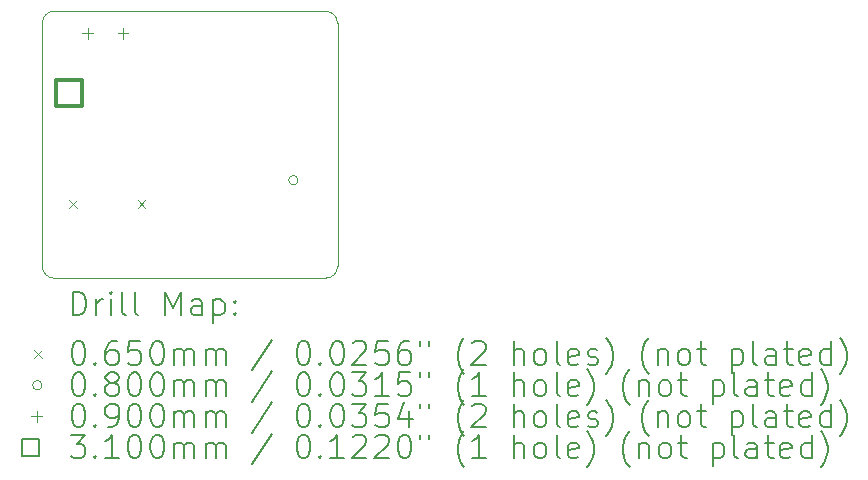
<source format=gbr>
%TF.GenerationSoftware,KiCad,Pcbnew,8.0.2*%
%TF.CreationDate,2024-08-22T04:58:59-07:00*%
%TF.ProjectId,uSlime,75536c69-6d65-42e6-9b69-6361645f7063,rev?*%
%TF.SameCoordinates,Original*%
%TF.FileFunction,Drillmap*%
%TF.FilePolarity,Positive*%
%FSLAX45Y45*%
G04 Gerber Fmt 4.5, Leading zero omitted, Abs format (unit mm)*
G04 Created by KiCad (PCBNEW 8.0.2) date 2024-08-22 04:58:59*
%MOMM*%
%LPD*%
G01*
G04 APERTURE LIST*
%ADD10C,0.050000*%
%ADD11C,0.200000*%
%ADD12C,0.100000*%
%ADD13C,0.310000*%
G04 APERTURE END LIST*
D10*
X12464289Y-8935711D02*
X10165000Y-8935000D01*
X10165000Y-11195000D02*
X12465000Y-11195000D01*
X12565000Y-11095000D02*
X12564289Y-9035711D01*
X10065000Y-9035000D02*
G75*
G02*
X10165000Y-8935000I100000J0D01*
G01*
X10065000Y-9035000D02*
X10065000Y-11095000D01*
X10165000Y-11195000D02*
G75*
G02*
X10065000Y-11095000I0J100000D01*
G01*
X12464289Y-8935711D02*
G75*
G02*
X12564289Y-9035711I1J-99999D01*
G01*
X12565000Y-11095000D02*
G75*
G02*
X12465000Y-11195000I-100000J0D01*
G01*
D11*
D12*
X10293500Y-10532000D02*
X10358500Y-10597000D01*
X10358500Y-10532000D02*
X10293500Y-10597000D01*
X10871500Y-10532000D02*
X10936500Y-10597000D01*
X10936500Y-10532000D02*
X10871500Y-10597000D01*
X12230000Y-10365000D02*
G75*
G02*
X12150000Y-10365000I-40000J0D01*
G01*
X12150000Y-10365000D02*
G75*
G02*
X12230000Y-10365000I40000J0D01*
G01*
X10447500Y-9077500D02*
X10447500Y-9167500D01*
X10402500Y-9122500D02*
X10492500Y-9122500D01*
X10747500Y-9077500D02*
X10747500Y-9167500D01*
X10702500Y-9122500D02*
X10792500Y-9122500D01*
D13*
X10399603Y-9739603D02*
X10399603Y-9520397D01*
X10180397Y-9520397D01*
X10180397Y-9739603D01*
X10399603Y-9739603D01*
D11*
X10323277Y-11508984D02*
X10323277Y-11308984D01*
X10323277Y-11308984D02*
X10370896Y-11308984D01*
X10370896Y-11308984D02*
X10399467Y-11318508D01*
X10399467Y-11318508D02*
X10418515Y-11337555D01*
X10418515Y-11337555D02*
X10428039Y-11356603D01*
X10428039Y-11356603D02*
X10437563Y-11394698D01*
X10437563Y-11394698D02*
X10437563Y-11423269D01*
X10437563Y-11423269D02*
X10428039Y-11461365D01*
X10428039Y-11461365D02*
X10418515Y-11480412D01*
X10418515Y-11480412D02*
X10399467Y-11499460D01*
X10399467Y-11499460D02*
X10370896Y-11508984D01*
X10370896Y-11508984D02*
X10323277Y-11508984D01*
X10523277Y-11508984D02*
X10523277Y-11375650D01*
X10523277Y-11413746D02*
X10532801Y-11394698D01*
X10532801Y-11394698D02*
X10542324Y-11385174D01*
X10542324Y-11385174D02*
X10561372Y-11375650D01*
X10561372Y-11375650D02*
X10580420Y-11375650D01*
X10647086Y-11508984D02*
X10647086Y-11375650D01*
X10647086Y-11308984D02*
X10637563Y-11318508D01*
X10637563Y-11318508D02*
X10647086Y-11328031D01*
X10647086Y-11328031D02*
X10656610Y-11318508D01*
X10656610Y-11318508D02*
X10647086Y-11308984D01*
X10647086Y-11308984D02*
X10647086Y-11328031D01*
X10770896Y-11508984D02*
X10751848Y-11499460D01*
X10751848Y-11499460D02*
X10742324Y-11480412D01*
X10742324Y-11480412D02*
X10742324Y-11308984D01*
X10875658Y-11508984D02*
X10856610Y-11499460D01*
X10856610Y-11499460D02*
X10847086Y-11480412D01*
X10847086Y-11480412D02*
X10847086Y-11308984D01*
X11104229Y-11508984D02*
X11104229Y-11308984D01*
X11104229Y-11308984D02*
X11170896Y-11451841D01*
X11170896Y-11451841D02*
X11237562Y-11308984D01*
X11237562Y-11308984D02*
X11237562Y-11508984D01*
X11418515Y-11508984D02*
X11418515Y-11404222D01*
X11418515Y-11404222D02*
X11408991Y-11385174D01*
X11408991Y-11385174D02*
X11389943Y-11375650D01*
X11389943Y-11375650D02*
X11351848Y-11375650D01*
X11351848Y-11375650D02*
X11332801Y-11385174D01*
X11418515Y-11499460D02*
X11399467Y-11508984D01*
X11399467Y-11508984D02*
X11351848Y-11508984D01*
X11351848Y-11508984D02*
X11332801Y-11499460D01*
X11332801Y-11499460D02*
X11323277Y-11480412D01*
X11323277Y-11480412D02*
X11323277Y-11461365D01*
X11323277Y-11461365D02*
X11332801Y-11442317D01*
X11332801Y-11442317D02*
X11351848Y-11432793D01*
X11351848Y-11432793D02*
X11399467Y-11432793D01*
X11399467Y-11432793D02*
X11418515Y-11423269D01*
X11513753Y-11375650D02*
X11513753Y-11575650D01*
X11513753Y-11385174D02*
X11532801Y-11375650D01*
X11532801Y-11375650D02*
X11570896Y-11375650D01*
X11570896Y-11375650D02*
X11589943Y-11385174D01*
X11589943Y-11385174D02*
X11599467Y-11394698D01*
X11599467Y-11394698D02*
X11608991Y-11413746D01*
X11608991Y-11413746D02*
X11608991Y-11470888D01*
X11608991Y-11470888D02*
X11599467Y-11489936D01*
X11599467Y-11489936D02*
X11589943Y-11499460D01*
X11589943Y-11499460D02*
X11570896Y-11508984D01*
X11570896Y-11508984D02*
X11532801Y-11508984D01*
X11532801Y-11508984D02*
X11513753Y-11499460D01*
X11694705Y-11489936D02*
X11704229Y-11499460D01*
X11704229Y-11499460D02*
X11694705Y-11508984D01*
X11694705Y-11508984D02*
X11685182Y-11499460D01*
X11685182Y-11499460D02*
X11694705Y-11489936D01*
X11694705Y-11489936D02*
X11694705Y-11508984D01*
X11694705Y-11385174D02*
X11704229Y-11394698D01*
X11704229Y-11394698D02*
X11694705Y-11404222D01*
X11694705Y-11404222D02*
X11685182Y-11394698D01*
X11685182Y-11394698D02*
X11694705Y-11385174D01*
X11694705Y-11385174D02*
X11694705Y-11404222D01*
D12*
X9997500Y-11805000D02*
X10062500Y-11870000D01*
X10062500Y-11805000D02*
X9997500Y-11870000D01*
D11*
X10361372Y-11728984D02*
X10380420Y-11728984D01*
X10380420Y-11728984D02*
X10399467Y-11738508D01*
X10399467Y-11738508D02*
X10408991Y-11748031D01*
X10408991Y-11748031D02*
X10418515Y-11767079D01*
X10418515Y-11767079D02*
X10428039Y-11805174D01*
X10428039Y-11805174D02*
X10428039Y-11852793D01*
X10428039Y-11852793D02*
X10418515Y-11890888D01*
X10418515Y-11890888D02*
X10408991Y-11909936D01*
X10408991Y-11909936D02*
X10399467Y-11919460D01*
X10399467Y-11919460D02*
X10380420Y-11928984D01*
X10380420Y-11928984D02*
X10361372Y-11928984D01*
X10361372Y-11928984D02*
X10342324Y-11919460D01*
X10342324Y-11919460D02*
X10332801Y-11909936D01*
X10332801Y-11909936D02*
X10323277Y-11890888D01*
X10323277Y-11890888D02*
X10313753Y-11852793D01*
X10313753Y-11852793D02*
X10313753Y-11805174D01*
X10313753Y-11805174D02*
X10323277Y-11767079D01*
X10323277Y-11767079D02*
X10332801Y-11748031D01*
X10332801Y-11748031D02*
X10342324Y-11738508D01*
X10342324Y-11738508D02*
X10361372Y-11728984D01*
X10513753Y-11909936D02*
X10523277Y-11919460D01*
X10523277Y-11919460D02*
X10513753Y-11928984D01*
X10513753Y-11928984D02*
X10504229Y-11919460D01*
X10504229Y-11919460D02*
X10513753Y-11909936D01*
X10513753Y-11909936D02*
X10513753Y-11928984D01*
X10694705Y-11728984D02*
X10656610Y-11728984D01*
X10656610Y-11728984D02*
X10637563Y-11738508D01*
X10637563Y-11738508D02*
X10628039Y-11748031D01*
X10628039Y-11748031D02*
X10608991Y-11776603D01*
X10608991Y-11776603D02*
X10599467Y-11814698D01*
X10599467Y-11814698D02*
X10599467Y-11890888D01*
X10599467Y-11890888D02*
X10608991Y-11909936D01*
X10608991Y-11909936D02*
X10618515Y-11919460D01*
X10618515Y-11919460D02*
X10637563Y-11928984D01*
X10637563Y-11928984D02*
X10675658Y-11928984D01*
X10675658Y-11928984D02*
X10694705Y-11919460D01*
X10694705Y-11919460D02*
X10704229Y-11909936D01*
X10704229Y-11909936D02*
X10713753Y-11890888D01*
X10713753Y-11890888D02*
X10713753Y-11843269D01*
X10713753Y-11843269D02*
X10704229Y-11824222D01*
X10704229Y-11824222D02*
X10694705Y-11814698D01*
X10694705Y-11814698D02*
X10675658Y-11805174D01*
X10675658Y-11805174D02*
X10637563Y-11805174D01*
X10637563Y-11805174D02*
X10618515Y-11814698D01*
X10618515Y-11814698D02*
X10608991Y-11824222D01*
X10608991Y-11824222D02*
X10599467Y-11843269D01*
X10894705Y-11728984D02*
X10799467Y-11728984D01*
X10799467Y-11728984D02*
X10789944Y-11824222D01*
X10789944Y-11824222D02*
X10799467Y-11814698D01*
X10799467Y-11814698D02*
X10818515Y-11805174D01*
X10818515Y-11805174D02*
X10866134Y-11805174D01*
X10866134Y-11805174D02*
X10885182Y-11814698D01*
X10885182Y-11814698D02*
X10894705Y-11824222D01*
X10894705Y-11824222D02*
X10904229Y-11843269D01*
X10904229Y-11843269D02*
X10904229Y-11890888D01*
X10904229Y-11890888D02*
X10894705Y-11909936D01*
X10894705Y-11909936D02*
X10885182Y-11919460D01*
X10885182Y-11919460D02*
X10866134Y-11928984D01*
X10866134Y-11928984D02*
X10818515Y-11928984D01*
X10818515Y-11928984D02*
X10799467Y-11919460D01*
X10799467Y-11919460D02*
X10789944Y-11909936D01*
X11028039Y-11728984D02*
X11047086Y-11728984D01*
X11047086Y-11728984D02*
X11066134Y-11738508D01*
X11066134Y-11738508D02*
X11075658Y-11748031D01*
X11075658Y-11748031D02*
X11085182Y-11767079D01*
X11085182Y-11767079D02*
X11094705Y-11805174D01*
X11094705Y-11805174D02*
X11094705Y-11852793D01*
X11094705Y-11852793D02*
X11085182Y-11890888D01*
X11085182Y-11890888D02*
X11075658Y-11909936D01*
X11075658Y-11909936D02*
X11066134Y-11919460D01*
X11066134Y-11919460D02*
X11047086Y-11928984D01*
X11047086Y-11928984D02*
X11028039Y-11928984D01*
X11028039Y-11928984D02*
X11008991Y-11919460D01*
X11008991Y-11919460D02*
X10999467Y-11909936D01*
X10999467Y-11909936D02*
X10989944Y-11890888D01*
X10989944Y-11890888D02*
X10980420Y-11852793D01*
X10980420Y-11852793D02*
X10980420Y-11805174D01*
X10980420Y-11805174D02*
X10989944Y-11767079D01*
X10989944Y-11767079D02*
X10999467Y-11748031D01*
X10999467Y-11748031D02*
X11008991Y-11738508D01*
X11008991Y-11738508D02*
X11028039Y-11728984D01*
X11180420Y-11928984D02*
X11180420Y-11795650D01*
X11180420Y-11814698D02*
X11189943Y-11805174D01*
X11189943Y-11805174D02*
X11208991Y-11795650D01*
X11208991Y-11795650D02*
X11237563Y-11795650D01*
X11237563Y-11795650D02*
X11256610Y-11805174D01*
X11256610Y-11805174D02*
X11266134Y-11824222D01*
X11266134Y-11824222D02*
X11266134Y-11928984D01*
X11266134Y-11824222D02*
X11275658Y-11805174D01*
X11275658Y-11805174D02*
X11294705Y-11795650D01*
X11294705Y-11795650D02*
X11323277Y-11795650D01*
X11323277Y-11795650D02*
X11342324Y-11805174D01*
X11342324Y-11805174D02*
X11351848Y-11824222D01*
X11351848Y-11824222D02*
X11351848Y-11928984D01*
X11447086Y-11928984D02*
X11447086Y-11795650D01*
X11447086Y-11814698D02*
X11456610Y-11805174D01*
X11456610Y-11805174D02*
X11475658Y-11795650D01*
X11475658Y-11795650D02*
X11504229Y-11795650D01*
X11504229Y-11795650D02*
X11523277Y-11805174D01*
X11523277Y-11805174D02*
X11532801Y-11824222D01*
X11532801Y-11824222D02*
X11532801Y-11928984D01*
X11532801Y-11824222D02*
X11542324Y-11805174D01*
X11542324Y-11805174D02*
X11561372Y-11795650D01*
X11561372Y-11795650D02*
X11589943Y-11795650D01*
X11589943Y-11795650D02*
X11608991Y-11805174D01*
X11608991Y-11805174D02*
X11618515Y-11824222D01*
X11618515Y-11824222D02*
X11618515Y-11928984D01*
X12008991Y-11719460D02*
X11837563Y-11976603D01*
X12266134Y-11728984D02*
X12285182Y-11728984D01*
X12285182Y-11728984D02*
X12304229Y-11738508D01*
X12304229Y-11738508D02*
X12313753Y-11748031D01*
X12313753Y-11748031D02*
X12323277Y-11767079D01*
X12323277Y-11767079D02*
X12332801Y-11805174D01*
X12332801Y-11805174D02*
X12332801Y-11852793D01*
X12332801Y-11852793D02*
X12323277Y-11890888D01*
X12323277Y-11890888D02*
X12313753Y-11909936D01*
X12313753Y-11909936D02*
X12304229Y-11919460D01*
X12304229Y-11919460D02*
X12285182Y-11928984D01*
X12285182Y-11928984D02*
X12266134Y-11928984D01*
X12266134Y-11928984D02*
X12247086Y-11919460D01*
X12247086Y-11919460D02*
X12237563Y-11909936D01*
X12237563Y-11909936D02*
X12228039Y-11890888D01*
X12228039Y-11890888D02*
X12218515Y-11852793D01*
X12218515Y-11852793D02*
X12218515Y-11805174D01*
X12218515Y-11805174D02*
X12228039Y-11767079D01*
X12228039Y-11767079D02*
X12237563Y-11748031D01*
X12237563Y-11748031D02*
X12247086Y-11738508D01*
X12247086Y-11738508D02*
X12266134Y-11728984D01*
X12418515Y-11909936D02*
X12428039Y-11919460D01*
X12428039Y-11919460D02*
X12418515Y-11928984D01*
X12418515Y-11928984D02*
X12408991Y-11919460D01*
X12408991Y-11919460D02*
X12418515Y-11909936D01*
X12418515Y-11909936D02*
X12418515Y-11928984D01*
X12551848Y-11728984D02*
X12570896Y-11728984D01*
X12570896Y-11728984D02*
X12589944Y-11738508D01*
X12589944Y-11738508D02*
X12599467Y-11748031D01*
X12599467Y-11748031D02*
X12608991Y-11767079D01*
X12608991Y-11767079D02*
X12618515Y-11805174D01*
X12618515Y-11805174D02*
X12618515Y-11852793D01*
X12618515Y-11852793D02*
X12608991Y-11890888D01*
X12608991Y-11890888D02*
X12599467Y-11909936D01*
X12599467Y-11909936D02*
X12589944Y-11919460D01*
X12589944Y-11919460D02*
X12570896Y-11928984D01*
X12570896Y-11928984D02*
X12551848Y-11928984D01*
X12551848Y-11928984D02*
X12532801Y-11919460D01*
X12532801Y-11919460D02*
X12523277Y-11909936D01*
X12523277Y-11909936D02*
X12513753Y-11890888D01*
X12513753Y-11890888D02*
X12504229Y-11852793D01*
X12504229Y-11852793D02*
X12504229Y-11805174D01*
X12504229Y-11805174D02*
X12513753Y-11767079D01*
X12513753Y-11767079D02*
X12523277Y-11748031D01*
X12523277Y-11748031D02*
X12532801Y-11738508D01*
X12532801Y-11738508D02*
X12551848Y-11728984D01*
X12694706Y-11748031D02*
X12704229Y-11738508D01*
X12704229Y-11738508D02*
X12723277Y-11728984D01*
X12723277Y-11728984D02*
X12770896Y-11728984D01*
X12770896Y-11728984D02*
X12789944Y-11738508D01*
X12789944Y-11738508D02*
X12799467Y-11748031D01*
X12799467Y-11748031D02*
X12808991Y-11767079D01*
X12808991Y-11767079D02*
X12808991Y-11786127D01*
X12808991Y-11786127D02*
X12799467Y-11814698D01*
X12799467Y-11814698D02*
X12685182Y-11928984D01*
X12685182Y-11928984D02*
X12808991Y-11928984D01*
X12989944Y-11728984D02*
X12894706Y-11728984D01*
X12894706Y-11728984D02*
X12885182Y-11824222D01*
X12885182Y-11824222D02*
X12894706Y-11814698D01*
X12894706Y-11814698D02*
X12913753Y-11805174D01*
X12913753Y-11805174D02*
X12961372Y-11805174D01*
X12961372Y-11805174D02*
X12980420Y-11814698D01*
X12980420Y-11814698D02*
X12989944Y-11824222D01*
X12989944Y-11824222D02*
X12999467Y-11843269D01*
X12999467Y-11843269D02*
X12999467Y-11890888D01*
X12999467Y-11890888D02*
X12989944Y-11909936D01*
X12989944Y-11909936D02*
X12980420Y-11919460D01*
X12980420Y-11919460D02*
X12961372Y-11928984D01*
X12961372Y-11928984D02*
X12913753Y-11928984D01*
X12913753Y-11928984D02*
X12894706Y-11919460D01*
X12894706Y-11919460D02*
X12885182Y-11909936D01*
X13170896Y-11728984D02*
X13132801Y-11728984D01*
X13132801Y-11728984D02*
X13113753Y-11738508D01*
X13113753Y-11738508D02*
X13104229Y-11748031D01*
X13104229Y-11748031D02*
X13085182Y-11776603D01*
X13085182Y-11776603D02*
X13075658Y-11814698D01*
X13075658Y-11814698D02*
X13075658Y-11890888D01*
X13075658Y-11890888D02*
X13085182Y-11909936D01*
X13085182Y-11909936D02*
X13094706Y-11919460D01*
X13094706Y-11919460D02*
X13113753Y-11928984D01*
X13113753Y-11928984D02*
X13151848Y-11928984D01*
X13151848Y-11928984D02*
X13170896Y-11919460D01*
X13170896Y-11919460D02*
X13180420Y-11909936D01*
X13180420Y-11909936D02*
X13189944Y-11890888D01*
X13189944Y-11890888D02*
X13189944Y-11843269D01*
X13189944Y-11843269D02*
X13180420Y-11824222D01*
X13180420Y-11824222D02*
X13170896Y-11814698D01*
X13170896Y-11814698D02*
X13151848Y-11805174D01*
X13151848Y-11805174D02*
X13113753Y-11805174D01*
X13113753Y-11805174D02*
X13094706Y-11814698D01*
X13094706Y-11814698D02*
X13085182Y-11824222D01*
X13085182Y-11824222D02*
X13075658Y-11843269D01*
X13266134Y-11728984D02*
X13266134Y-11767079D01*
X13342325Y-11728984D02*
X13342325Y-11767079D01*
X13637563Y-12005174D02*
X13628039Y-11995650D01*
X13628039Y-11995650D02*
X13608991Y-11967079D01*
X13608991Y-11967079D02*
X13599468Y-11948031D01*
X13599468Y-11948031D02*
X13589944Y-11919460D01*
X13589944Y-11919460D02*
X13580420Y-11871841D01*
X13580420Y-11871841D02*
X13580420Y-11833746D01*
X13580420Y-11833746D02*
X13589944Y-11786127D01*
X13589944Y-11786127D02*
X13599468Y-11757555D01*
X13599468Y-11757555D02*
X13608991Y-11738508D01*
X13608991Y-11738508D02*
X13628039Y-11709936D01*
X13628039Y-11709936D02*
X13637563Y-11700412D01*
X13704229Y-11748031D02*
X13713753Y-11738508D01*
X13713753Y-11738508D02*
X13732801Y-11728984D01*
X13732801Y-11728984D02*
X13780420Y-11728984D01*
X13780420Y-11728984D02*
X13799468Y-11738508D01*
X13799468Y-11738508D02*
X13808991Y-11748031D01*
X13808991Y-11748031D02*
X13818515Y-11767079D01*
X13818515Y-11767079D02*
X13818515Y-11786127D01*
X13818515Y-11786127D02*
X13808991Y-11814698D01*
X13808991Y-11814698D02*
X13694706Y-11928984D01*
X13694706Y-11928984D02*
X13818515Y-11928984D01*
X14056610Y-11928984D02*
X14056610Y-11728984D01*
X14142325Y-11928984D02*
X14142325Y-11824222D01*
X14142325Y-11824222D02*
X14132801Y-11805174D01*
X14132801Y-11805174D02*
X14113753Y-11795650D01*
X14113753Y-11795650D02*
X14085182Y-11795650D01*
X14085182Y-11795650D02*
X14066134Y-11805174D01*
X14066134Y-11805174D02*
X14056610Y-11814698D01*
X14266134Y-11928984D02*
X14247087Y-11919460D01*
X14247087Y-11919460D02*
X14237563Y-11909936D01*
X14237563Y-11909936D02*
X14228039Y-11890888D01*
X14228039Y-11890888D02*
X14228039Y-11833746D01*
X14228039Y-11833746D02*
X14237563Y-11814698D01*
X14237563Y-11814698D02*
X14247087Y-11805174D01*
X14247087Y-11805174D02*
X14266134Y-11795650D01*
X14266134Y-11795650D02*
X14294706Y-11795650D01*
X14294706Y-11795650D02*
X14313753Y-11805174D01*
X14313753Y-11805174D02*
X14323277Y-11814698D01*
X14323277Y-11814698D02*
X14332801Y-11833746D01*
X14332801Y-11833746D02*
X14332801Y-11890888D01*
X14332801Y-11890888D02*
X14323277Y-11909936D01*
X14323277Y-11909936D02*
X14313753Y-11919460D01*
X14313753Y-11919460D02*
X14294706Y-11928984D01*
X14294706Y-11928984D02*
X14266134Y-11928984D01*
X14447087Y-11928984D02*
X14428039Y-11919460D01*
X14428039Y-11919460D02*
X14418515Y-11900412D01*
X14418515Y-11900412D02*
X14418515Y-11728984D01*
X14599468Y-11919460D02*
X14580420Y-11928984D01*
X14580420Y-11928984D02*
X14542325Y-11928984D01*
X14542325Y-11928984D02*
X14523277Y-11919460D01*
X14523277Y-11919460D02*
X14513753Y-11900412D01*
X14513753Y-11900412D02*
X14513753Y-11824222D01*
X14513753Y-11824222D02*
X14523277Y-11805174D01*
X14523277Y-11805174D02*
X14542325Y-11795650D01*
X14542325Y-11795650D02*
X14580420Y-11795650D01*
X14580420Y-11795650D02*
X14599468Y-11805174D01*
X14599468Y-11805174D02*
X14608991Y-11824222D01*
X14608991Y-11824222D02*
X14608991Y-11843269D01*
X14608991Y-11843269D02*
X14513753Y-11862317D01*
X14685182Y-11919460D02*
X14704230Y-11928984D01*
X14704230Y-11928984D02*
X14742325Y-11928984D01*
X14742325Y-11928984D02*
X14761372Y-11919460D01*
X14761372Y-11919460D02*
X14770896Y-11900412D01*
X14770896Y-11900412D02*
X14770896Y-11890888D01*
X14770896Y-11890888D02*
X14761372Y-11871841D01*
X14761372Y-11871841D02*
X14742325Y-11862317D01*
X14742325Y-11862317D02*
X14713753Y-11862317D01*
X14713753Y-11862317D02*
X14694706Y-11852793D01*
X14694706Y-11852793D02*
X14685182Y-11833746D01*
X14685182Y-11833746D02*
X14685182Y-11824222D01*
X14685182Y-11824222D02*
X14694706Y-11805174D01*
X14694706Y-11805174D02*
X14713753Y-11795650D01*
X14713753Y-11795650D02*
X14742325Y-11795650D01*
X14742325Y-11795650D02*
X14761372Y-11805174D01*
X14837563Y-12005174D02*
X14847087Y-11995650D01*
X14847087Y-11995650D02*
X14866134Y-11967079D01*
X14866134Y-11967079D02*
X14875658Y-11948031D01*
X14875658Y-11948031D02*
X14885182Y-11919460D01*
X14885182Y-11919460D02*
X14894706Y-11871841D01*
X14894706Y-11871841D02*
X14894706Y-11833746D01*
X14894706Y-11833746D02*
X14885182Y-11786127D01*
X14885182Y-11786127D02*
X14875658Y-11757555D01*
X14875658Y-11757555D02*
X14866134Y-11738508D01*
X14866134Y-11738508D02*
X14847087Y-11709936D01*
X14847087Y-11709936D02*
X14837563Y-11700412D01*
X15199468Y-12005174D02*
X15189944Y-11995650D01*
X15189944Y-11995650D02*
X15170896Y-11967079D01*
X15170896Y-11967079D02*
X15161372Y-11948031D01*
X15161372Y-11948031D02*
X15151849Y-11919460D01*
X15151849Y-11919460D02*
X15142325Y-11871841D01*
X15142325Y-11871841D02*
X15142325Y-11833746D01*
X15142325Y-11833746D02*
X15151849Y-11786127D01*
X15151849Y-11786127D02*
X15161372Y-11757555D01*
X15161372Y-11757555D02*
X15170896Y-11738508D01*
X15170896Y-11738508D02*
X15189944Y-11709936D01*
X15189944Y-11709936D02*
X15199468Y-11700412D01*
X15275658Y-11795650D02*
X15275658Y-11928984D01*
X15275658Y-11814698D02*
X15285182Y-11805174D01*
X15285182Y-11805174D02*
X15304230Y-11795650D01*
X15304230Y-11795650D02*
X15332801Y-11795650D01*
X15332801Y-11795650D02*
X15351849Y-11805174D01*
X15351849Y-11805174D02*
X15361372Y-11824222D01*
X15361372Y-11824222D02*
X15361372Y-11928984D01*
X15485182Y-11928984D02*
X15466134Y-11919460D01*
X15466134Y-11919460D02*
X15456611Y-11909936D01*
X15456611Y-11909936D02*
X15447087Y-11890888D01*
X15447087Y-11890888D02*
X15447087Y-11833746D01*
X15447087Y-11833746D02*
X15456611Y-11814698D01*
X15456611Y-11814698D02*
X15466134Y-11805174D01*
X15466134Y-11805174D02*
X15485182Y-11795650D01*
X15485182Y-11795650D02*
X15513753Y-11795650D01*
X15513753Y-11795650D02*
X15532801Y-11805174D01*
X15532801Y-11805174D02*
X15542325Y-11814698D01*
X15542325Y-11814698D02*
X15551849Y-11833746D01*
X15551849Y-11833746D02*
X15551849Y-11890888D01*
X15551849Y-11890888D02*
X15542325Y-11909936D01*
X15542325Y-11909936D02*
X15532801Y-11919460D01*
X15532801Y-11919460D02*
X15513753Y-11928984D01*
X15513753Y-11928984D02*
X15485182Y-11928984D01*
X15608992Y-11795650D02*
X15685182Y-11795650D01*
X15637563Y-11728984D02*
X15637563Y-11900412D01*
X15637563Y-11900412D02*
X15647087Y-11919460D01*
X15647087Y-11919460D02*
X15666134Y-11928984D01*
X15666134Y-11928984D02*
X15685182Y-11928984D01*
X15904230Y-11795650D02*
X15904230Y-11995650D01*
X15904230Y-11805174D02*
X15923277Y-11795650D01*
X15923277Y-11795650D02*
X15961373Y-11795650D01*
X15961373Y-11795650D02*
X15980420Y-11805174D01*
X15980420Y-11805174D02*
X15989944Y-11814698D01*
X15989944Y-11814698D02*
X15999468Y-11833746D01*
X15999468Y-11833746D02*
X15999468Y-11890888D01*
X15999468Y-11890888D02*
X15989944Y-11909936D01*
X15989944Y-11909936D02*
X15980420Y-11919460D01*
X15980420Y-11919460D02*
X15961373Y-11928984D01*
X15961373Y-11928984D02*
X15923277Y-11928984D01*
X15923277Y-11928984D02*
X15904230Y-11919460D01*
X16113753Y-11928984D02*
X16094706Y-11919460D01*
X16094706Y-11919460D02*
X16085182Y-11900412D01*
X16085182Y-11900412D02*
X16085182Y-11728984D01*
X16275658Y-11928984D02*
X16275658Y-11824222D01*
X16275658Y-11824222D02*
X16266134Y-11805174D01*
X16266134Y-11805174D02*
X16247087Y-11795650D01*
X16247087Y-11795650D02*
X16208992Y-11795650D01*
X16208992Y-11795650D02*
X16189944Y-11805174D01*
X16275658Y-11919460D02*
X16256611Y-11928984D01*
X16256611Y-11928984D02*
X16208992Y-11928984D01*
X16208992Y-11928984D02*
X16189944Y-11919460D01*
X16189944Y-11919460D02*
X16180420Y-11900412D01*
X16180420Y-11900412D02*
X16180420Y-11881365D01*
X16180420Y-11881365D02*
X16189944Y-11862317D01*
X16189944Y-11862317D02*
X16208992Y-11852793D01*
X16208992Y-11852793D02*
X16256611Y-11852793D01*
X16256611Y-11852793D02*
X16275658Y-11843269D01*
X16342325Y-11795650D02*
X16418515Y-11795650D01*
X16370896Y-11728984D02*
X16370896Y-11900412D01*
X16370896Y-11900412D02*
X16380420Y-11919460D01*
X16380420Y-11919460D02*
X16399468Y-11928984D01*
X16399468Y-11928984D02*
X16418515Y-11928984D01*
X16561373Y-11919460D02*
X16542325Y-11928984D01*
X16542325Y-11928984D02*
X16504230Y-11928984D01*
X16504230Y-11928984D02*
X16485182Y-11919460D01*
X16485182Y-11919460D02*
X16475658Y-11900412D01*
X16475658Y-11900412D02*
X16475658Y-11824222D01*
X16475658Y-11824222D02*
X16485182Y-11805174D01*
X16485182Y-11805174D02*
X16504230Y-11795650D01*
X16504230Y-11795650D02*
X16542325Y-11795650D01*
X16542325Y-11795650D02*
X16561373Y-11805174D01*
X16561373Y-11805174D02*
X16570896Y-11824222D01*
X16570896Y-11824222D02*
X16570896Y-11843269D01*
X16570896Y-11843269D02*
X16475658Y-11862317D01*
X16742325Y-11928984D02*
X16742325Y-11728984D01*
X16742325Y-11919460D02*
X16723277Y-11928984D01*
X16723277Y-11928984D02*
X16685182Y-11928984D01*
X16685182Y-11928984D02*
X16666134Y-11919460D01*
X16666134Y-11919460D02*
X16656611Y-11909936D01*
X16656611Y-11909936D02*
X16647087Y-11890888D01*
X16647087Y-11890888D02*
X16647087Y-11833746D01*
X16647087Y-11833746D02*
X16656611Y-11814698D01*
X16656611Y-11814698D02*
X16666134Y-11805174D01*
X16666134Y-11805174D02*
X16685182Y-11795650D01*
X16685182Y-11795650D02*
X16723277Y-11795650D01*
X16723277Y-11795650D02*
X16742325Y-11805174D01*
X16818516Y-12005174D02*
X16828039Y-11995650D01*
X16828039Y-11995650D02*
X16847087Y-11967079D01*
X16847087Y-11967079D02*
X16856611Y-11948031D01*
X16856611Y-11948031D02*
X16866135Y-11919460D01*
X16866135Y-11919460D02*
X16875658Y-11871841D01*
X16875658Y-11871841D02*
X16875658Y-11833746D01*
X16875658Y-11833746D02*
X16866135Y-11786127D01*
X16866135Y-11786127D02*
X16856611Y-11757555D01*
X16856611Y-11757555D02*
X16847087Y-11738508D01*
X16847087Y-11738508D02*
X16828039Y-11709936D01*
X16828039Y-11709936D02*
X16818516Y-11700412D01*
D12*
X10062500Y-12101500D02*
G75*
G02*
X9982500Y-12101500I-40000J0D01*
G01*
X9982500Y-12101500D02*
G75*
G02*
X10062500Y-12101500I40000J0D01*
G01*
D11*
X10361372Y-11992984D02*
X10380420Y-11992984D01*
X10380420Y-11992984D02*
X10399467Y-12002508D01*
X10399467Y-12002508D02*
X10408991Y-12012031D01*
X10408991Y-12012031D02*
X10418515Y-12031079D01*
X10418515Y-12031079D02*
X10428039Y-12069174D01*
X10428039Y-12069174D02*
X10428039Y-12116793D01*
X10428039Y-12116793D02*
X10418515Y-12154888D01*
X10418515Y-12154888D02*
X10408991Y-12173936D01*
X10408991Y-12173936D02*
X10399467Y-12183460D01*
X10399467Y-12183460D02*
X10380420Y-12192984D01*
X10380420Y-12192984D02*
X10361372Y-12192984D01*
X10361372Y-12192984D02*
X10342324Y-12183460D01*
X10342324Y-12183460D02*
X10332801Y-12173936D01*
X10332801Y-12173936D02*
X10323277Y-12154888D01*
X10323277Y-12154888D02*
X10313753Y-12116793D01*
X10313753Y-12116793D02*
X10313753Y-12069174D01*
X10313753Y-12069174D02*
X10323277Y-12031079D01*
X10323277Y-12031079D02*
X10332801Y-12012031D01*
X10332801Y-12012031D02*
X10342324Y-12002508D01*
X10342324Y-12002508D02*
X10361372Y-11992984D01*
X10513753Y-12173936D02*
X10523277Y-12183460D01*
X10523277Y-12183460D02*
X10513753Y-12192984D01*
X10513753Y-12192984D02*
X10504229Y-12183460D01*
X10504229Y-12183460D02*
X10513753Y-12173936D01*
X10513753Y-12173936D02*
X10513753Y-12192984D01*
X10637563Y-12078698D02*
X10618515Y-12069174D01*
X10618515Y-12069174D02*
X10608991Y-12059650D01*
X10608991Y-12059650D02*
X10599467Y-12040603D01*
X10599467Y-12040603D02*
X10599467Y-12031079D01*
X10599467Y-12031079D02*
X10608991Y-12012031D01*
X10608991Y-12012031D02*
X10618515Y-12002508D01*
X10618515Y-12002508D02*
X10637563Y-11992984D01*
X10637563Y-11992984D02*
X10675658Y-11992984D01*
X10675658Y-11992984D02*
X10694705Y-12002508D01*
X10694705Y-12002508D02*
X10704229Y-12012031D01*
X10704229Y-12012031D02*
X10713753Y-12031079D01*
X10713753Y-12031079D02*
X10713753Y-12040603D01*
X10713753Y-12040603D02*
X10704229Y-12059650D01*
X10704229Y-12059650D02*
X10694705Y-12069174D01*
X10694705Y-12069174D02*
X10675658Y-12078698D01*
X10675658Y-12078698D02*
X10637563Y-12078698D01*
X10637563Y-12078698D02*
X10618515Y-12088222D01*
X10618515Y-12088222D02*
X10608991Y-12097746D01*
X10608991Y-12097746D02*
X10599467Y-12116793D01*
X10599467Y-12116793D02*
X10599467Y-12154888D01*
X10599467Y-12154888D02*
X10608991Y-12173936D01*
X10608991Y-12173936D02*
X10618515Y-12183460D01*
X10618515Y-12183460D02*
X10637563Y-12192984D01*
X10637563Y-12192984D02*
X10675658Y-12192984D01*
X10675658Y-12192984D02*
X10694705Y-12183460D01*
X10694705Y-12183460D02*
X10704229Y-12173936D01*
X10704229Y-12173936D02*
X10713753Y-12154888D01*
X10713753Y-12154888D02*
X10713753Y-12116793D01*
X10713753Y-12116793D02*
X10704229Y-12097746D01*
X10704229Y-12097746D02*
X10694705Y-12088222D01*
X10694705Y-12088222D02*
X10675658Y-12078698D01*
X10837563Y-11992984D02*
X10856610Y-11992984D01*
X10856610Y-11992984D02*
X10875658Y-12002508D01*
X10875658Y-12002508D02*
X10885182Y-12012031D01*
X10885182Y-12012031D02*
X10894705Y-12031079D01*
X10894705Y-12031079D02*
X10904229Y-12069174D01*
X10904229Y-12069174D02*
X10904229Y-12116793D01*
X10904229Y-12116793D02*
X10894705Y-12154888D01*
X10894705Y-12154888D02*
X10885182Y-12173936D01*
X10885182Y-12173936D02*
X10875658Y-12183460D01*
X10875658Y-12183460D02*
X10856610Y-12192984D01*
X10856610Y-12192984D02*
X10837563Y-12192984D01*
X10837563Y-12192984D02*
X10818515Y-12183460D01*
X10818515Y-12183460D02*
X10808991Y-12173936D01*
X10808991Y-12173936D02*
X10799467Y-12154888D01*
X10799467Y-12154888D02*
X10789944Y-12116793D01*
X10789944Y-12116793D02*
X10789944Y-12069174D01*
X10789944Y-12069174D02*
X10799467Y-12031079D01*
X10799467Y-12031079D02*
X10808991Y-12012031D01*
X10808991Y-12012031D02*
X10818515Y-12002508D01*
X10818515Y-12002508D02*
X10837563Y-11992984D01*
X11028039Y-11992984D02*
X11047086Y-11992984D01*
X11047086Y-11992984D02*
X11066134Y-12002508D01*
X11066134Y-12002508D02*
X11075658Y-12012031D01*
X11075658Y-12012031D02*
X11085182Y-12031079D01*
X11085182Y-12031079D02*
X11094705Y-12069174D01*
X11094705Y-12069174D02*
X11094705Y-12116793D01*
X11094705Y-12116793D02*
X11085182Y-12154888D01*
X11085182Y-12154888D02*
X11075658Y-12173936D01*
X11075658Y-12173936D02*
X11066134Y-12183460D01*
X11066134Y-12183460D02*
X11047086Y-12192984D01*
X11047086Y-12192984D02*
X11028039Y-12192984D01*
X11028039Y-12192984D02*
X11008991Y-12183460D01*
X11008991Y-12183460D02*
X10999467Y-12173936D01*
X10999467Y-12173936D02*
X10989944Y-12154888D01*
X10989944Y-12154888D02*
X10980420Y-12116793D01*
X10980420Y-12116793D02*
X10980420Y-12069174D01*
X10980420Y-12069174D02*
X10989944Y-12031079D01*
X10989944Y-12031079D02*
X10999467Y-12012031D01*
X10999467Y-12012031D02*
X11008991Y-12002508D01*
X11008991Y-12002508D02*
X11028039Y-11992984D01*
X11180420Y-12192984D02*
X11180420Y-12059650D01*
X11180420Y-12078698D02*
X11189943Y-12069174D01*
X11189943Y-12069174D02*
X11208991Y-12059650D01*
X11208991Y-12059650D02*
X11237563Y-12059650D01*
X11237563Y-12059650D02*
X11256610Y-12069174D01*
X11256610Y-12069174D02*
X11266134Y-12088222D01*
X11266134Y-12088222D02*
X11266134Y-12192984D01*
X11266134Y-12088222D02*
X11275658Y-12069174D01*
X11275658Y-12069174D02*
X11294705Y-12059650D01*
X11294705Y-12059650D02*
X11323277Y-12059650D01*
X11323277Y-12059650D02*
X11342324Y-12069174D01*
X11342324Y-12069174D02*
X11351848Y-12088222D01*
X11351848Y-12088222D02*
X11351848Y-12192984D01*
X11447086Y-12192984D02*
X11447086Y-12059650D01*
X11447086Y-12078698D02*
X11456610Y-12069174D01*
X11456610Y-12069174D02*
X11475658Y-12059650D01*
X11475658Y-12059650D02*
X11504229Y-12059650D01*
X11504229Y-12059650D02*
X11523277Y-12069174D01*
X11523277Y-12069174D02*
X11532801Y-12088222D01*
X11532801Y-12088222D02*
X11532801Y-12192984D01*
X11532801Y-12088222D02*
X11542324Y-12069174D01*
X11542324Y-12069174D02*
X11561372Y-12059650D01*
X11561372Y-12059650D02*
X11589943Y-12059650D01*
X11589943Y-12059650D02*
X11608991Y-12069174D01*
X11608991Y-12069174D02*
X11618515Y-12088222D01*
X11618515Y-12088222D02*
X11618515Y-12192984D01*
X12008991Y-11983460D02*
X11837563Y-12240603D01*
X12266134Y-11992984D02*
X12285182Y-11992984D01*
X12285182Y-11992984D02*
X12304229Y-12002508D01*
X12304229Y-12002508D02*
X12313753Y-12012031D01*
X12313753Y-12012031D02*
X12323277Y-12031079D01*
X12323277Y-12031079D02*
X12332801Y-12069174D01*
X12332801Y-12069174D02*
X12332801Y-12116793D01*
X12332801Y-12116793D02*
X12323277Y-12154888D01*
X12323277Y-12154888D02*
X12313753Y-12173936D01*
X12313753Y-12173936D02*
X12304229Y-12183460D01*
X12304229Y-12183460D02*
X12285182Y-12192984D01*
X12285182Y-12192984D02*
X12266134Y-12192984D01*
X12266134Y-12192984D02*
X12247086Y-12183460D01*
X12247086Y-12183460D02*
X12237563Y-12173936D01*
X12237563Y-12173936D02*
X12228039Y-12154888D01*
X12228039Y-12154888D02*
X12218515Y-12116793D01*
X12218515Y-12116793D02*
X12218515Y-12069174D01*
X12218515Y-12069174D02*
X12228039Y-12031079D01*
X12228039Y-12031079D02*
X12237563Y-12012031D01*
X12237563Y-12012031D02*
X12247086Y-12002508D01*
X12247086Y-12002508D02*
X12266134Y-11992984D01*
X12418515Y-12173936D02*
X12428039Y-12183460D01*
X12428039Y-12183460D02*
X12418515Y-12192984D01*
X12418515Y-12192984D02*
X12408991Y-12183460D01*
X12408991Y-12183460D02*
X12418515Y-12173936D01*
X12418515Y-12173936D02*
X12418515Y-12192984D01*
X12551848Y-11992984D02*
X12570896Y-11992984D01*
X12570896Y-11992984D02*
X12589944Y-12002508D01*
X12589944Y-12002508D02*
X12599467Y-12012031D01*
X12599467Y-12012031D02*
X12608991Y-12031079D01*
X12608991Y-12031079D02*
X12618515Y-12069174D01*
X12618515Y-12069174D02*
X12618515Y-12116793D01*
X12618515Y-12116793D02*
X12608991Y-12154888D01*
X12608991Y-12154888D02*
X12599467Y-12173936D01*
X12599467Y-12173936D02*
X12589944Y-12183460D01*
X12589944Y-12183460D02*
X12570896Y-12192984D01*
X12570896Y-12192984D02*
X12551848Y-12192984D01*
X12551848Y-12192984D02*
X12532801Y-12183460D01*
X12532801Y-12183460D02*
X12523277Y-12173936D01*
X12523277Y-12173936D02*
X12513753Y-12154888D01*
X12513753Y-12154888D02*
X12504229Y-12116793D01*
X12504229Y-12116793D02*
X12504229Y-12069174D01*
X12504229Y-12069174D02*
X12513753Y-12031079D01*
X12513753Y-12031079D02*
X12523277Y-12012031D01*
X12523277Y-12012031D02*
X12532801Y-12002508D01*
X12532801Y-12002508D02*
X12551848Y-11992984D01*
X12685182Y-11992984D02*
X12808991Y-11992984D01*
X12808991Y-11992984D02*
X12742325Y-12069174D01*
X12742325Y-12069174D02*
X12770896Y-12069174D01*
X12770896Y-12069174D02*
X12789944Y-12078698D01*
X12789944Y-12078698D02*
X12799467Y-12088222D01*
X12799467Y-12088222D02*
X12808991Y-12107269D01*
X12808991Y-12107269D02*
X12808991Y-12154888D01*
X12808991Y-12154888D02*
X12799467Y-12173936D01*
X12799467Y-12173936D02*
X12789944Y-12183460D01*
X12789944Y-12183460D02*
X12770896Y-12192984D01*
X12770896Y-12192984D02*
X12713753Y-12192984D01*
X12713753Y-12192984D02*
X12694706Y-12183460D01*
X12694706Y-12183460D02*
X12685182Y-12173936D01*
X12999467Y-12192984D02*
X12885182Y-12192984D01*
X12942325Y-12192984D02*
X12942325Y-11992984D01*
X12942325Y-11992984D02*
X12923277Y-12021555D01*
X12923277Y-12021555D02*
X12904229Y-12040603D01*
X12904229Y-12040603D02*
X12885182Y-12050127D01*
X13180420Y-11992984D02*
X13085182Y-11992984D01*
X13085182Y-11992984D02*
X13075658Y-12088222D01*
X13075658Y-12088222D02*
X13085182Y-12078698D01*
X13085182Y-12078698D02*
X13104229Y-12069174D01*
X13104229Y-12069174D02*
X13151848Y-12069174D01*
X13151848Y-12069174D02*
X13170896Y-12078698D01*
X13170896Y-12078698D02*
X13180420Y-12088222D01*
X13180420Y-12088222D02*
X13189944Y-12107269D01*
X13189944Y-12107269D02*
X13189944Y-12154888D01*
X13189944Y-12154888D02*
X13180420Y-12173936D01*
X13180420Y-12173936D02*
X13170896Y-12183460D01*
X13170896Y-12183460D02*
X13151848Y-12192984D01*
X13151848Y-12192984D02*
X13104229Y-12192984D01*
X13104229Y-12192984D02*
X13085182Y-12183460D01*
X13085182Y-12183460D02*
X13075658Y-12173936D01*
X13266134Y-11992984D02*
X13266134Y-12031079D01*
X13342325Y-11992984D02*
X13342325Y-12031079D01*
X13637563Y-12269174D02*
X13628039Y-12259650D01*
X13628039Y-12259650D02*
X13608991Y-12231079D01*
X13608991Y-12231079D02*
X13599468Y-12212031D01*
X13599468Y-12212031D02*
X13589944Y-12183460D01*
X13589944Y-12183460D02*
X13580420Y-12135841D01*
X13580420Y-12135841D02*
X13580420Y-12097746D01*
X13580420Y-12097746D02*
X13589944Y-12050127D01*
X13589944Y-12050127D02*
X13599468Y-12021555D01*
X13599468Y-12021555D02*
X13608991Y-12002508D01*
X13608991Y-12002508D02*
X13628039Y-11973936D01*
X13628039Y-11973936D02*
X13637563Y-11964412D01*
X13818515Y-12192984D02*
X13704229Y-12192984D01*
X13761372Y-12192984D02*
X13761372Y-11992984D01*
X13761372Y-11992984D02*
X13742325Y-12021555D01*
X13742325Y-12021555D02*
X13723277Y-12040603D01*
X13723277Y-12040603D02*
X13704229Y-12050127D01*
X14056610Y-12192984D02*
X14056610Y-11992984D01*
X14142325Y-12192984D02*
X14142325Y-12088222D01*
X14142325Y-12088222D02*
X14132801Y-12069174D01*
X14132801Y-12069174D02*
X14113753Y-12059650D01*
X14113753Y-12059650D02*
X14085182Y-12059650D01*
X14085182Y-12059650D02*
X14066134Y-12069174D01*
X14066134Y-12069174D02*
X14056610Y-12078698D01*
X14266134Y-12192984D02*
X14247087Y-12183460D01*
X14247087Y-12183460D02*
X14237563Y-12173936D01*
X14237563Y-12173936D02*
X14228039Y-12154888D01*
X14228039Y-12154888D02*
X14228039Y-12097746D01*
X14228039Y-12097746D02*
X14237563Y-12078698D01*
X14237563Y-12078698D02*
X14247087Y-12069174D01*
X14247087Y-12069174D02*
X14266134Y-12059650D01*
X14266134Y-12059650D02*
X14294706Y-12059650D01*
X14294706Y-12059650D02*
X14313753Y-12069174D01*
X14313753Y-12069174D02*
X14323277Y-12078698D01*
X14323277Y-12078698D02*
X14332801Y-12097746D01*
X14332801Y-12097746D02*
X14332801Y-12154888D01*
X14332801Y-12154888D02*
X14323277Y-12173936D01*
X14323277Y-12173936D02*
X14313753Y-12183460D01*
X14313753Y-12183460D02*
X14294706Y-12192984D01*
X14294706Y-12192984D02*
X14266134Y-12192984D01*
X14447087Y-12192984D02*
X14428039Y-12183460D01*
X14428039Y-12183460D02*
X14418515Y-12164412D01*
X14418515Y-12164412D02*
X14418515Y-11992984D01*
X14599468Y-12183460D02*
X14580420Y-12192984D01*
X14580420Y-12192984D02*
X14542325Y-12192984D01*
X14542325Y-12192984D02*
X14523277Y-12183460D01*
X14523277Y-12183460D02*
X14513753Y-12164412D01*
X14513753Y-12164412D02*
X14513753Y-12088222D01*
X14513753Y-12088222D02*
X14523277Y-12069174D01*
X14523277Y-12069174D02*
X14542325Y-12059650D01*
X14542325Y-12059650D02*
X14580420Y-12059650D01*
X14580420Y-12059650D02*
X14599468Y-12069174D01*
X14599468Y-12069174D02*
X14608991Y-12088222D01*
X14608991Y-12088222D02*
X14608991Y-12107269D01*
X14608991Y-12107269D02*
X14513753Y-12126317D01*
X14675658Y-12269174D02*
X14685182Y-12259650D01*
X14685182Y-12259650D02*
X14704230Y-12231079D01*
X14704230Y-12231079D02*
X14713753Y-12212031D01*
X14713753Y-12212031D02*
X14723277Y-12183460D01*
X14723277Y-12183460D02*
X14732801Y-12135841D01*
X14732801Y-12135841D02*
X14732801Y-12097746D01*
X14732801Y-12097746D02*
X14723277Y-12050127D01*
X14723277Y-12050127D02*
X14713753Y-12021555D01*
X14713753Y-12021555D02*
X14704230Y-12002508D01*
X14704230Y-12002508D02*
X14685182Y-11973936D01*
X14685182Y-11973936D02*
X14675658Y-11964412D01*
X15037563Y-12269174D02*
X15028039Y-12259650D01*
X15028039Y-12259650D02*
X15008991Y-12231079D01*
X15008991Y-12231079D02*
X14999468Y-12212031D01*
X14999468Y-12212031D02*
X14989944Y-12183460D01*
X14989944Y-12183460D02*
X14980420Y-12135841D01*
X14980420Y-12135841D02*
X14980420Y-12097746D01*
X14980420Y-12097746D02*
X14989944Y-12050127D01*
X14989944Y-12050127D02*
X14999468Y-12021555D01*
X14999468Y-12021555D02*
X15008991Y-12002508D01*
X15008991Y-12002508D02*
X15028039Y-11973936D01*
X15028039Y-11973936D02*
X15037563Y-11964412D01*
X15113753Y-12059650D02*
X15113753Y-12192984D01*
X15113753Y-12078698D02*
X15123277Y-12069174D01*
X15123277Y-12069174D02*
X15142325Y-12059650D01*
X15142325Y-12059650D02*
X15170896Y-12059650D01*
X15170896Y-12059650D02*
X15189944Y-12069174D01*
X15189944Y-12069174D02*
X15199468Y-12088222D01*
X15199468Y-12088222D02*
X15199468Y-12192984D01*
X15323277Y-12192984D02*
X15304230Y-12183460D01*
X15304230Y-12183460D02*
X15294706Y-12173936D01*
X15294706Y-12173936D02*
X15285182Y-12154888D01*
X15285182Y-12154888D02*
X15285182Y-12097746D01*
X15285182Y-12097746D02*
X15294706Y-12078698D01*
X15294706Y-12078698D02*
X15304230Y-12069174D01*
X15304230Y-12069174D02*
X15323277Y-12059650D01*
X15323277Y-12059650D02*
X15351849Y-12059650D01*
X15351849Y-12059650D02*
X15370896Y-12069174D01*
X15370896Y-12069174D02*
X15380420Y-12078698D01*
X15380420Y-12078698D02*
X15389944Y-12097746D01*
X15389944Y-12097746D02*
X15389944Y-12154888D01*
X15389944Y-12154888D02*
X15380420Y-12173936D01*
X15380420Y-12173936D02*
X15370896Y-12183460D01*
X15370896Y-12183460D02*
X15351849Y-12192984D01*
X15351849Y-12192984D02*
X15323277Y-12192984D01*
X15447087Y-12059650D02*
X15523277Y-12059650D01*
X15475658Y-11992984D02*
X15475658Y-12164412D01*
X15475658Y-12164412D02*
X15485182Y-12183460D01*
X15485182Y-12183460D02*
X15504230Y-12192984D01*
X15504230Y-12192984D02*
X15523277Y-12192984D01*
X15742325Y-12059650D02*
X15742325Y-12259650D01*
X15742325Y-12069174D02*
X15761372Y-12059650D01*
X15761372Y-12059650D02*
X15799468Y-12059650D01*
X15799468Y-12059650D02*
X15818515Y-12069174D01*
X15818515Y-12069174D02*
X15828039Y-12078698D01*
X15828039Y-12078698D02*
X15837563Y-12097746D01*
X15837563Y-12097746D02*
X15837563Y-12154888D01*
X15837563Y-12154888D02*
X15828039Y-12173936D01*
X15828039Y-12173936D02*
X15818515Y-12183460D01*
X15818515Y-12183460D02*
X15799468Y-12192984D01*
X15799468Y-12192984D02*
X15761372Y-12192984D01*
X15761372Y-12192984D02*
X15742325Y-12183460D01*
X15951849Y-12192984D02*
X15932801Y-12183460D01*
X15932801Y-12183460D02*
X15923277Y-12164412D01*
X15923277Y-12164412D02*
X15923277Y-11992984D01*
X16113753Y-12192984D02*
X16113753Y-12088222D01*
X16113753Y-12088222D02*
X16104230Y-12069174D01*
X16104230Y-12069174D02*
X16085182Y-12059650D01*
X16085182Y-12059650D02*
X16047087Y-12059650D01*
X16047087Y-12059650D02*
X16028039Y-12069174D01*
X16113753Y-12183460D02*
X16094706Y-12192984D01*
X16094706Y-12192984D02*
X16047087Y-12192984D01*
X16047087Y-12192984D02*
X16028039Y-12183460D01*
X16028039Y-12183460D02*
X16018515Y-12164412D01*
X16018515Y-12164412D02*
X16018515Y-12145365D01*
X16018515Y-12145365D02*
X16028039Y-12126317D01*
X16028039Y-12126317D02*
X16047087Y-12116793D01*
X16047087Y-12116793D02*
X16094706Y-12116793D01*
X16094706Y-12116793D02*
X16113753Y-12107269D01*
X16180420Y-12059650D02*
X16256611Y-12059650D01*
X16208992Y-11992984D02*
X16208992Y-12164412D01*
X16208992Y-12164412D02*
X16218515Y-12183460D01*
X16218515Y-12183460D02*
X16237563Y-12192984D01*
X16237563Y-12192984D02*
X16256611Y-12192984D01*
X16399468Y-12183460D02*
X16380420Y-12192984D01*
X16380420Y-12192984D02*
X16342325Y-12192984D01*
X16342325Y-12192984D02*
X16323277Y-12183460D01*
X16323277Y-12183460D02*
X16313753Y-12164412D01*
X16313753Y-12164412D02*
X16313753Y-12088222D01*
X16313753Y-12088222D02*
X16323277Y-12069174D01*
X16323277Y-12069174D02*
X16342325Y-12059650D01*
X16342325Y-12059650D02*
X16380420Y-12059650D01*
X16380420Y-12059650D02*
X16399468Y-12069174D01*
X16399468Y-12069174D02*
X16408992Y-12088222D01*
X16408992Y-12088222D02*
X16408992Y-12107269D01*
X16408992Y-12107269D02*
X16313753Y-12126317D01*
X16580420Y-12192984D02*
X16580420Y-11992984D01*
X16580420Y-12183460D02*
X16561373Y-12192984D01*
X16561373Y-12192984D02*
X16523277Y-12192984D01*
X16523277Y-12192984D02*
X16504230Y-12183460D01*
X16504230Y-12183460D02*
X16494706Y-12173936D01*
X16494706Y-12173936D02*
X16485182Y-12154888D01*
X16485182Y-12154888D02*
X16485182Y-12097746D01*
X16485182Y-12097746D02*
X16494706Y-12078698D01*
X16494706Y-12078698D02*
X16504230Y-12069174D01*
X16504230Y-12069174D02*
X16523277Y-12059650D01*
X16523277Y-12059650D02*
X16561373Y-12059650D01*
X16561373Y-12059650D02*
X16580420Y-12069174D01*
X16656611Y-12269174D02*
X16666134Y-12259650D01*
X16666134Y-12259650D02*
X16685182Y-12231079D01*
X16685182Y-12231079D02*
X16694706Y-12212031D01*
X16694706Y-12212031D02*
X16704230Y-12183460D01*
X16704230Y-12183460D02*
X16713753Y-12135841D01*
X16713753Y-12135841D02*
X16713753Y-12097746D01*
X16713753Y-12097746D02*
X16704230Y-12050127D01*
X16704230Y-12050127D02*
X16694706Y-12021555D01*
X16694706Y-12021555D02*
X16685182Y-12002508D01*
X16685182Y-12002508D02*
X16666134Y-11973936D01*
X16666134Y-11973936D02*
X16656611Y-11964412D01*
D12*
X10017500Y-12320500D02*
X10017500Y-12410500D01*
X9972500Y-12365500D02*
X10062500Y-12365500D01*
D11*
X10361372Y-12256984D02*
X10380420Y-12256984D01*
X10380420Y-12256984D02*
X10399467Y-12266508D01*
X10399467Y-12266508D02*
X10408991Y-12276031D01*
X10408991Y-12276031D02*
X10418515Y-12295079D01*
X10418515Y-12295079D02*
X10428039Y-12333174D01*
X10428039Y-12333174D02*
X10428039Y-12380793D01*
X10428039Y-12380793D02*
X10418515Y-12418888D01*
X10418515Y-12418888D02*
X10408991Y-12437936D01*
X10408991Y-12437936D02*
X10399467Y-12447460D01*
X10399467Y-12447460D02*
X10380420Y-12456984D01*
X10380420Y-12456984D02*
X10361372Y-12456984D01*
X10361372Y-12456984D02*
X10342324Y-12447460D01*
X10342324Y-12447460D02*
X10332801Y-12437936D01*
X10332801Y-12437936D02*
X10323277Y-12418888D01*
X10323277Y-12418888D02*
X10313753Y-12380793D01*
X10313753Y-12380793D02*
X10313753Y-12333174D01*
X10313753Y-12333174D02*
X10323277Y-12295079D01*
X10323277Y-12295079D02*
X10332801Y-12276031D01*
X10332801Y-12276031D02*
X10342324Y-12266508D01*
X10342324Y-12266508D02*
X10361372Y-12256984D01*
X10513753Y-12437936D02*
X10523277Y-12447460D01*
X10523277Y-12447460D02*
X10513753Y-12456984D01*
X10513753Y-12456984D02*
X10504229Y-12447460D01*
X10504229Y-12447460D02*
X10513753Y-12437936D01*
X10513753Y-12437936D02*
X10513753Y-12456984D01*
X10618515Y-12456984D02*
X10656610Y-12456984D01*
X10656610Y-12456984D02*
X10675658Y-12447460D01*
X10675658Y-12447460D02*
X10685182Y-12437936D01*
X10685182Y-12437936D02*
X10704229Y-12409365D01*
X10704229Y-12409365D02*
X10713753Y-12371269D01*
X10713753Y-12371269D02*
X10713753Y-12295079D01*
X10713753Y-12295079D02*
X10704229Y-12276031D01*
X10704229Y-12276031D02*
X10694705Y-12266508D01*
X10694705Y-12266508D02*
X10675658Y-12256984D01*
X10675658Y-12256984D02*
X10637563Y-12256984D01*
X10637563Y-12256984D02*
X10618515Y-12266508D01*
X10618515Y-12266508D02*
X10608991Y-12276031D01*
X10608991Y-12276031D02*
X10599467Y-12295079D01*
X10599467Y-12295079D02*
X10599467Y-12342698D01*
X10599467Y-12342698D02*
X10608991Y-12361746D01*
X10608991Y-12361746D02*
X10618515Y-12371269D01*
X10618515Y-12371269D02*
X10637563Y-12380793D01*
X10637563Y-12380793D02*
X10675658Y-12380793D01*
X10675658Y-12380793D02*
X10694705Y-12371269D01*
X10694705Y-12371269D02*
X10704229Y-12361746D01*
X10704229Y-12361746D02*
X10713753Y-12342698D01*
X10837563Y-12256984D02*
X10856610Y-12256984D01*
X10856610Y-12256984D02*
X10875658Y-12266508D01*
X10875658Y-12266508D02*
X10885182Y-12276031D01*
X10885182Y-12276031D02*
X10894705Y-12295079D01*
X10894705Y-12295079D02*
X10904229Y-12333174D01*
X10904229Y-12333174D02*
X10904229Y-12380793D01*
X10904229Y-12380793D02*
X10894705Y-12418888D01*
X10894705Y-12418888D02*
X10885182Y-12437936D01*
X10885182Y-12437936D02*
X10875658Y-12447460D01*
X10875658Y-12447460D02*
X10856610Y-12456984D01*
X10856610Y-12456984D02*
X10837563Y-12456984D01*
X10837563Y-12456984D02*
X10818515Y-12447460D01*
X10818515Y-12447460D02*
X10808991Y-12437936D01*
X10808991Y-12437936D02*
X10799467Y-12418888D01*
X10799467Y-12418888D02*
X10789944Y-12380793D01*
X10789944Y-12380793D02*
X10789944Y-12333174D01*
X10789944Y-12333174D02*
X10799467Y-12295079D01*
X10799467Y-12295079D02*
X10808991Y-12276031D01*
X10808991Y-12276031D02*
X10818515Y-12266508D01*
X10818515Y-12266508D02*
X10837563Y-12256984D01*
X11028039Y-12256984D02*
X11047086Y-12256984D01*
X11047086Y-12256984D02*
X11066134Y-12266508D01*
X11066134Y-12266508D02*
X11075658Y-12276031D01*
X11075658Y-12276031D02*
X11085182Y-12295079D01*
X11085182Y-12295079D02*
X11094705Y-12333174D01*
X11094705Y-12333174D02*
X11094705Y-12380793D01*
X11094705Y-12380793D02*
X11085182Y-12418888D01*
X11085182Y-12418888D02*
X11075658Y-12437936D01*
X11075658Y-12437936D02*
X11066134Y-12447460D01*
X11066134Y-12447460D02*
X11047086Y-12456984D01*
X11047086Y-12456984D02*
X11028039Y-12456984D01*
X11028039Y-12456984D02*
X11008991Y-12447460D01*
X11008991Y-12447460D02*
X10999467Y-12437936D01*
X10999467Y-12437936D02*
X10989944Y-12418888D01*
X10989944Y-12418888D02*
X10980420Y-12380793D01*
X10980420Y-12380793D02*
X10980420Y-12333174D01*
X10980420Y-12333174D02*
X10989944Y-12295079D01*
X10989944Y-12295079D02*
X10999467Y-12276031D01*
X10999467Y-12276031D02*
X11008991Y-12266508D01*
X11008991Y-12266508D02*
X11028039Y-12256984D01*
X11180420Y-12456984D02*
X11180420Y-12323650D01*
X11180420Y-12342698D02*
X11189943Y-12333174D01*
X11189943Y-12333174D02*
X11208991Y-12323650D01*
X11208991Y-12323650D02*
X11237563Y-12323650D01*
X11237563Y-12323650D02*
X11256610Y-12333174D01*
X11256610Y-12333174D02*
X11266134Y-12352222D01*
X11266134Y-12352222D02*
X11266134Y-12456984D01*
X11266134Y-12352222D02*
X11275658Y-12333174D01*
X11275658Y-12333174D02*
X11294705Y-12323650D01*
X11294705Y-12323650D02*
X11323277Y-12323650D01*
X11323277Y-12323650D02*
X11342324Y-12333174D01*
X11342324Y-12333174D02*
X11351848Y-12352222D01*
X11351848Y-12352222D02*
X11351848Y-12456984D01*
X11447086Y-12456984D02*
X11447086Y-12323650D01*
X11447086Y-12342698D02*
X11456610Y-12333174D01*
X11456610Y-12333174D02*
X11475658Y-12323650D01*
X11475658Y-12323650D02*
X11504229Y-12323650D01*
X11504229Y-12323650D02*
X11523277Y-12333174D01*
X11523277Y-12333174D02*
X11532801Y-12352222D01*
X11532801Y-12352222D02*
X11532801Y-12456984D01*
X11532801Y-12352222D02*
X11542324Y-12333174D01*
X11542324Y-12333174D02*
X11561372Y-12323650D01*
X11561372Y-12323650D02*
X11589943Y-12323650D01*
X11589943Y-12323650D02*
X11608991Y-12333174D01*
X11608991Y-12333174D02*
X11618515Y-12352222D01*
X11618515Y-12352222D02*
X11618515Y-12456984D01*
X12008991Y-12247460D02*
X11837563Y-12504603D01*
X12266134Y-12256984D02*
X12285182Y-12256984D01*
X12285182Y-12256984D02*
X12304229Y-12266508D01*
X12304229Y-12266508D02*
X12313753Y-12276031D01*
X12313753Y-12276031D02*
X12323277Y-12295079D01*
X12323277Y-12295079D02*
X12332801Y-12333174D01*
X12332801Y-12333174D02*
X12332801Y-12380793D01*
X12332801Y-12380793D02*
X12323277Y-12418888D01*
X12323277Y-12418888D02*
X12313753Y-12437936D01*
X12313753Y-12437936D02*
X12304229Y-12447460D01*
X12304229Y-12447460D02*
X12285182Y-12456984D01*
X12285182Y-12456984D02*
X12266134Y-12456984D01*
X12266134Y-12456984D02*
X12247086Y-12447460D01*
X12247086Y-12447460D02*
X12237563Y-12437936D01*
X12237563Y-12437936D02*
X12228039Y-12418888D01*
X12228039Y-12418888D02*
X12218515Y-12380793D01*
X12218515Y-12380793D02*
X12218515Y-12333174D01*
X12218515Y-12333174D02*
X12228039Y-12295079D01*
X12228039Y-12295079D02*
X12237563Y-12276031D01*
X12237563Y-12276031D02*
X12247086Y-12266508D01*
X12247086Y-12266508D02*
X12266134Y-12256984D01*
X12418515Y-12437936D02*
X12428039Y-12447460D01*
X12428039Y-12447460D02*
X12418515Y-12456984D01*
X12418515Y-12456984D02*
X12408991Y-12447460D01*
X12408991Y-12447460D02*
X12418515Y-12437936D01*
X12418515Y-12437936D02*
X12418515Y-12456984D01*
X12551848Y-12256984D02*
X12570896Y-12256984D01*
X12570896Y-12256984D02*
X12589944Y-12266508D01*
X12589944Y-12266508D02*
X12599467Y-12276031D01*
X12599467Y-12276031D02*
X12608991Y-12295079D01*
X12608991Y-12295079D02*
X12618515Y-12333174D01*
X12618515Y-12333174D02*
X12618515Y-12380793D01*
X12618515Y-12380793D02*
X12608991Y-12418888D01*
X12608991Y-12418888D02*
X12599467Y-12437936D01*
X12599467Y-12437936D02*
X12589944Y-12447460D01*
X12589944Y-12447460D02*
X12570896Y-12456984D01*
X12570896Y-12456984D02*
X12551848Y-12456984D01*
X12551848Y-12456984D02*
X12532801Y-12447460D01*
X12532801Y-12447460D02*
X12523277Y-12437936D01*
X12523277Y-12437936D02*
X12513753Y-12418888D01*
X12513753Y-12418888D02*
X12504229Y-12380793D01*
X12504229Y-12380793D02*
X12504229Y-12333174D01*
X12504229Y-12333174D02*
X12513753Y-12295079D01*
X12513753Y-12295079D02*
X12523277Y-12276031D01*
X12523277Y-12276031D02*
X12532801Y-12266508D01*
X12532801Y-12266508D02*
X12551848Y-12256984D01*
X12685182Y-12256984D02*
X12808991Y-12256984D01*
X12808991Y-12256984D02*
X12742325Y-12333174D01*
X12742325Y-12333174D02*
X12770896Y-12333174D01*
X12770896Y-12333174D02*
X12789944Y-12342698D01*
X12789944Y-12342698D02*
X12799467Y-12352222D01*
X12799467Y-12352222D02*
X12808991Y-12371269D01*
X12808991Y-12371269D02*
X12808991Y-12418888D01*
X12808991Y-12418888D02*
X12799467Y-12437936D01*
X12799467Y-12437936D02*
X12789944Y-12447460D01*
X12789944Y-12447460D02*
X12770896Y-12456984D01*
X12770896Y-12456984D02*
X12713753Y-12456984D01*
X12713753Y-12456984D02*
X12694706Y-12447460D01*
X12694706Y-12447460D02*
X12685182Y-12437936D01*
X12989944Y-12256984D02*
X12894706Y-12256984D01*
X12894706Y-12256984D02*
X12885182Y-12352222D01*
X12885182Y-12352222D02*
X12894706Y-12342698D01*
X12894706Y-12342698D02*
X12913753Y-12333174D01*
X12913753Y-12333174D02*
X12961372Y-12333174D01*
X12961372Y-12333174D02*
X12980420Y-12342698D01*
X12980420Y-12342698D02*
X12989944Y-12352222D01*
X12989944Y-12352222D02*
X12999467Y-12371269D01*
X12999467Y-12371269D02*
X12999467Y-12418888D01*
X12999467Y-12418888D02*
X12989944Y-12437936D01*
X12989944Y-12437936D02*
X12980420Y-12447460D01*
X12980420Y-12447460D02*
X12961372Y-12456984D01*
X12961372Y-12456984D02*
X12913753Y-12456984D01*
X12913753Y-12456984D02*
X12894706Y-12447460D01*
X12894706Y-12447460D02*
X12885182Y-12437936D01*
X13170896Y-12323650D02*
X13170896Y-12456984D01*
X13123277Y-12247460D02*
X13075658Y-12390317D01*
X13075658Y-12390317D02*
X13199467Y-12390317D01*
X13266134Y-12256984D02*
X13266134Y-12295079D01*
X13342325Y-12256984D02*
X13342325Y-12295079D01*
X13637563Y-12533174D02*
X13628039Y-12523650D01*
X13628039Y-12523650D02*
X13608991Y-12495079D01*
X13608991Y-12495079D02*
X13599468Y-12476031D01*
X13599468Y-12476031D02*
X13589944Y-12447460D01*
X13589944Y-12447460D02*
X13580420Y-12399841D01*
X13580420Y-12399841D02*
X13580420Y-12361746D01*
X13580420Y-12361746D02*
X13589944Y-12314127D01*
X13589944Y-12314127D02*
X13599468Y-12285555D01*
X13599468Y-12285555D02*
X13608991Y-12266508D01*
X13608991Y-12266508D02*
X13628039Y-12237936D01*
X13628039Y-12237936D02*
X13637563Y-12228412D01*
X13704229Y-12276031D02*
X13713753Y-12266508D01*
X13713753Y-12266508D02*
X13732801Y-12256984D01*
X13732801Y-12256984D02*
X13780420Y-12256984D01*
X13780420Y-12256984D02*
X13799468Y-12266508D01*
X13799468Y-12266508D02*
X13808991Y-12276031D01*
X13808991Y-12276031D02*
X13818515Y-12295079D01*
X13818515Y-12295079D02*
X13818515Y-12314127D01*
X13818515Y-12314127D02*
X13808991Y-12342698D01*
X13808991Y-12342698D02*
X13694706Y-12456984D01*
X13694706Y-12456984D02*
X13818515Y-12456984D01*
X14056610Y-12456984D02*
X14056610Y-12256984D01*
X14142325Y-12456984D02*
X14142325Y-12352222D01*
X14142325Y-12352222D02*
X14132801Y-12333174D01*
X14132801Y-12333174D02*
X14113753Y-12323650D01*
X14113753Y-12323650D02*
X14085182Y-12323650D01*
X14085182Y-12323650D02*
X14066134Y-12333174D01*
X14066134Y-12333174D02*
X14056610Y-12342698D01*
X14266134Y-12456984D02*
X14247087Y-12447460D01*
X14247087Y-12447460D02*
X14237563Y-12437936D01*
X14237563Y-12437936D02*
X14228039Y-12418888D01*
X14228039Y-12418888D02*
X14228039Y-12361746D01*
X14228039Y-12361746D02*
X14237563Y-12342698D01*
X14237563Y-12342698D02*
X14247087Y-12333174D01*
X14247087Y-12333174D02*
X14266134Y-12323650D01*
X14266134Y-12323650D02*
X14294706Y-12323650D01*
X14294706Y-12323650D02*
X14313753Y-12333174D01*
X14313753Y-12333174D02*
X14323277Y-12342698D01*
X14323277Y-12342698D02*
X14332801Y-12361746D01*
X14332801Y-12361746D02*
X14332801Y-12418888D01*
X14332801Y-12418888D02*
X14323277Y-12437936D01*
X14323277Y-12437936D02*
X14313753Y-12447460D01*
X14313753Y-12447460D02*
X14294706Y-12456984D01*
X14294706Y-12456984D02*
X14266134Y-12456984D01*
X14447087Y-12456984D02*
X14428039Y-12447460D01*
X14428039Y-12447460D02*
X14418515Y-12428412D01*
X14418515Y-12428412D02*
X14418515Y-12256984D01*
X14599468Y-12447460D02*
X14580420Y-12456984D01*
X14580420Y-12456984D02*
X14542325Y-12456984D01*
X14542325Y-12456984D02*
X14523277Y-12447460D01*
X14523277Y-12447460D02*
X14513753Y-12428412D01*
X14513753Y-12428412D02*
X14513753Y-12352222D01*
X14513753Y-12352222D02*
X14523277Y-12333174D01*
X14523277Y-12333174D02*
X14542325Y-12323650D01*
X14542325Y-12323650D02*
X14580420Y-12323650D01*
X14580420Y-12323650D02*
X14599468Y-12333174D01*
X14599468Y-12333174D02*
X14608991Y-12352222D01*
X14608991Y-12352222D02*
X14608991Y-12371269D01*
X14608991Y-12371269D02*
X14513753Y-12390317D01*
X14685182Y-12447460D02*
X14704230Y-12456984D01*
X14704230Y-12456984D02*
X14742325Y-12456984D01*
X14742325Y-12456984D02*
X14761372Y-12447460D01*
X14761372Y-12447460D02*
X14770896Y-12428412D01*
X14770896Y-12428412D02*
X14770896Y-12418888D01*
X14770896Y-12418888D02*
X14761372Y-12399841D01*
X14761372Y-12399841D02*
X14742325Y-12390317D01*
X14742325Y-12390317D02*
X14713753Y-12390317D01*
X14713753Y-12390317D02*
X14694706Y-12380793D01*
X14694706Y-12380793D02*
X14685182Y-12361746D01*
X14685182Y-12361746D02*
X14685182Y-12352222D01*
X14685182Y-12352222D02*
X14694706Y-12333174D01*
X14694706Y-12333174D02*
X14713753Y-12323650D01*
X14713753Y-12323650D02*
X14742325Y-12323650D01*
X14742325Y-12323650D02*
X14761372Y-12333174D01*
X14837563Y-12533174D02*
X14847087Y-12523650D01*
X14847087Y-12523650D02*
X14866134Y-12495079D01*
X14866134Y-12495079D02*
X14875658Y-12476031D01*
X14875658Y-12476031D02*
X14885182Y-12447460D01*
X14885182Y-12447460D02*
X14894706Y-12399841D01*
X14894706Y-12399841D02*
X14894706Y-12361746D01*
X14894706Y-12361746D02*
X14885182Y-12314127D01*
X14885182Y-12314127D02*
X14875658Y-12285555D01*
X14875658Y-12285555D02*
X14866134Y-12266508D01*
X14866134Y-12266508D02*
X14847087Y-12237936D01*
X14847087Y-12237936D02*
X14837563Y-12228412D01*
X15199468Y-12533174D02*
X15189944Y-12523650D01*
X15189944Y-12523650D02*
X15170896Y-12495079D01*
X15170896Y-12495079D02*
X15161372Y-12476031D01*
X15161372Y-12476031D02*
X15151849Y-12447460D01*
X15151849Y-12447460D02*
X15142325Y-12399841D01*
X15142325Y-12399841D02*
X15142325Y-12361746D01*
X15142325Y-12361746D02*
X15151849Y-12314127D01*
X15151849Y-12314127D02*
X15161372Y-12285555D01*
X15161372Y-12285555D02*
X15170896Y-12266508D01*
X15170896Y-12266508D02*
X15189944Y-12237936D01*
X15189944Y-12237936D02*
X15199468Y-12228412D01*
X15275658Y-12323650D02*
X15275658Y-12456984D01*
X15275658Y-12342698D02*
X15285182Y-12333174D01*
X15285182Y-12333174D02*
X15304230Y-12323650D01*
X15304230Y-12323650D02*
X15332801Y-12323650D01*
X15332801Y-12323650D02*
X15351849Y-12333174D01*
X15351849Y-12333174D02*
X15361372Y-12352222D01*
X15361372Y-12352222D02*
X15361372Y-12456984D01*
X15485182Y-12456984D02*
X15466134Y-12447460D01*
X15466134Y-12447460D02*
X15456611Y-12437936D01*
X15456611Y-12437936D02*
X15447087Y-12418888D01*
X15447087Y-12418888D02*
X15447087Y-12361746D01*
X15447087Y-12361746D02*
X15456611Y-12342698D01*
X15456611Y-12342698D02*
X15466134Y-12333174D01*
X15466134Y-12333174D02*
X15485182Y-12323650D01*
X15485182Y-12323650D02*
X15513753Y-12323650D01*
X15513753Y-12323650D02*
X15532801Y-12333174D01*
X15532801Y-12333174D02*
X15542325Y-12342698D01*
X15542325Y-12342698D02*
X15551849Y-12361746D01*
X15551849Y-12361746D02*
X15551849Y-12418888D01*
X15551849Y-12418888D02*
X15542325Y-12437936D01*
X15542325Y-12437936D02*
X15532801Y-12447460D01*
X15532801Y-12447460D02*
X15513753Y-12456984D01*
X15513753Y-12456984D02*
X15485182Y-12456984D01*
X15608992Y-12323650D02*
X15685182Y-12323650D01*
X15637563Y-12256984D02*
X15637563Y-12428412D01*
X15637563Y-12428412D02*
X15647087Y-12447460D01*
X15647087Y-12447460D02*
X15666134Y-12456984D01*
X15666134Y-12456984D02*
X15685182Y-12456984D01*
X15904230Y-12323650D02*
X15904230Y-12523650D01*
X15904230Y-12333174D02*
X15923277Y-12323650D01*
X15923277Y-12323650D02*
X15961373Y-12323650D01*
X15961373Y-12323650D02*
X15980420Y-12333174D01*
X15980420Y-12333174D02*
X15989944Y-12342698D01*
X15989944Y-12342698D02*
X15999468Y-12361746D01*
X15999468Y-12361746D02*
X15999468Y-12418888D01*
X15999468Y-12418888D02*
X15989944Y-12437936D01*
X15989944Y-12437936D02*
X15980420Y-12447460D01*
X15980420Y-12447460D02*
X15961373Y-12456984D01*
X15961373Y-12456984D02*
X15923277Y-12456984D01*
X15923277Y-12456984D02*
X15904230Y-12447460D01*
X16113753Y-12456984D02*
X16094706Y-12447460D01*
X16094706Y-12447460D02*
X16085182Y-12428412D01*
X16085182Y-12428412D02*
X16085182Y-12256984D01*
X16275658Y-12456984D02*
X16275658Y-12352222D01*
X16275658Y-12352222D02*
X16266134Y-12333174D01*
X16266134Y-12333174D02*
X16247087Y-12323650D01*
X16247087Y-12323650D02*
X16208992Y-12323650D01*
X16208992Y-12323650D02*
X16189944Y-12333174D01*
X16275658Y-12447460D02*
X16256611Y-12456984D01*
X16256611Y-12456984D02*
X16208992Y-12456984D01*
X16208992Y-12456984D02*
X16189944Y-12447460D01*
X16189944Y-12447460D02*
X16180420Y-12428412D01*
X16180420Y-12428412D02*
X16180420Y-12409365D01*
X16180420Y-12409365D02*
X16189944Y-12390317D01*
X16189944Y-12390317D02*
X16208992Y-12380793D01*
X16208992Y-12380793D02*
X16256611Y-12380793D01*
X16256611Y-12380793D02*
X16275658Y-12371269D01*
X16342325Y-12323650D02*
X16418515Y-12323650D01*
X16370896Y-12256984D02*
X16370896Y-12428412D01*
X16370896Y-12428412D02*
X16380420Y-12447460D01*
X16380420Y-12447460D02*
X16399468Y-12456984D01*
X16399468Y-12456984D02*
X16418515Y-12456984D01*
X16561373Y-12447460D02*
X16542325Y-12456984D01*
X16542325Y-12456984D02*
X16504230Y-12456984D01*
X16504230Y-12456984D02*
X16485182Y-12447460D01*
X16485182Y-12447460D02*
X16475658Y-12428412D01*
X16475658Y-12428412D02*
X16475658Y-12352222D01*
X16475658Y-12352222D02*
X16485182Y-12333174D01*
X16485182Y-12333174D02*
X16504230Y-12323650D01*
X16504230Y-12323650D02*
X16542325Y-12323650D01*
X16542325Y-12323650D02*
X16561373Y-12333174D01*
X16561373Y-12333174D02*
X16570896Y-12352222D01*
X16570896Y-12352222D02*
X16570896Y-12371269D01*
X16570896Y-12371269D02*
X16475658Y-12390317D01*
X16742325Y-12456984D02*
X16742325Y-12256984D01*
X16742325Y-12447460D02*
X16723277Y-12456984D01*
X16723277Y-12456984D02*
X16685182Y-12456984D01*
X16685182Y-12456984D02*
X16666134Y-12447460D01*
X16666134Y-12447460D02*
X16656611Y-12437936D01*
X16656611Y-12437936D02*
X16647087Y-12418888D01*
X16647087Y-12418888D02*
X16647087Y-12361746D01*
X16647087Y-12361746D02*
X16656611Y-12342698D01*
X16656611Y-12342698D02*
X16666134Y-12333174D01*
X16666134Y-12333174D02*
X16685182Y-12323650D01*
X16685182Y-12323650D02*
X16723277Y-12323650D01*
X16723277Y-12323650D02*
X16742325Y-12333174D01*
X16818516Y-12533174D02*
X16828039Y-12523650D01*
X16828039Y-12523650D02*
X16847087Y-12495079D01*
X16847087Y-12495079D02*
X16856611Y-12476031D01*
X16856611Y-12476031D02*
X16866135Y-12447460D01*
X16866135Y-12447460D02*
X16875658Y-12399841D01*
X16875658Y-12399841D02*
X16875658Y-12361746D01*
X16875658Y-12361746D02*
X16866135Y-12314127D01*
X16866135Y-12314127D02*
X16856611Y-12285555D01*
X16856611Y-12285555D02*
X16847087Y-12266508D01*
X16847087Y-12266508D02*
X16828039Y-12237936D01*
X16828039Y-12237936D02*
X16818516Y-12228412D01*
X10033211Y-12700211D02*
X10033211Y-12558789D01*
X9891789Y-12558789D01*
X9891789Y-12700211D01*
X10033211Y-12700211D01*
X10304229Y-12520984D02*
X10428039Y-12520984D01*
X10428039Y-12520984D02*
X10361372Y-12597174D01*
X10361372Y-12597174D02*
X10389944Y-12597174D01*
X10389944Y-12597174D02*
X10408991Y-12606698D01*
X10408991Y-12606698D02*
X10418515Y-12616222D01*
X10418515Y-12616222D02*
X10428039Y-12635269D01*
X10428039Y-12635269D02*
X10428039Y-12682888D01*
X10428039Y-12682888D02*
X10418515Y-12701936D01*
X10418515Y-12701936D02*
X10408991Y-12711460D01*
X10408991Y-12711460D02*
X10389944Y-12720984D01*
X10389944Y-12720984D02*
X10332801Y-12720984D01*
X10332801Y-12720984D02*
X10313753Y-12711460D01*
X10313753Y-12711460D02*
X10304229Y-12701936D01*
X10513753Y-12701936D02*
X10523277Y-12711460D01*
X10523277Y-12711460D02*
X10513753Y-12720984D01*
X10513753Y-12720984D02*
X10504229Y-12711460D01*
X10504229Y-12711460D02*
X10513753Y-12701936D01*
X10513753Y-12701936D02*
X10513753Y-12720984D01*
X10713753Y-12720984D02*
X10599467Y-12720984D01*
X10656610Y-12720984D02*
X10656610Y-12520984D01*
X10656610Y-12520984D02*
X10637563Y-12549555D01*
X10637563Y-12549555D02*
X10618515Y-12568603D01*
X10618515Y-12568603D02*
X10599467Y-12578127D01*
X10837563Y-12520984D02*
X10856610Y-12520984D01*
X10856610Y-12520984D02*
X10875658Y-12530508D01*
X10875658Y-12530508D02*
X10885182Y-12540031D01*
X10885182Y-12540031D02*
X10894705Y-12559079D01*
X10894705Y-12559079D02*
X10904229Y-12597174D01*
X10904229Y-12597174D02*
X10904229Y-12644793D01*
X10904229Y-12644793D02*
X10894705Y-12682888D01*
X10894705Y-12682888D02*
X10885182Y-12701936D01*
X10885182Y-12701936D02*
X10875658Y-12711460D01*
X10875658Y-12711460D02*
X10856610Y-12720984D01*
X10856610Y-12720984D02*
X10837563Y-12720984D01*
X10837563Y-12720984D02*
X10818515Y-12711460D01*
X10818515Y-12711460D02*
X10808991Y-12701936D01*
X10808991Y-12701936D02*
X10799467Y-12682888D01*
X10799467Y-12682888D02*
X10789944Y-12644793D01*
X10789944Y-12644793D02*
X10789944Y-12597174D01*
X10789944Y-12597174D02*
X10799467Y-12559079D01*
X10799467Y-12559079D02*
X10808991Y-12540031D01*
X10808991Y-12540031D02*
X10818515Y-12530508D01*
X10818515Y-12530508D02*
X10837563Y-12520984D01*
X11028039Y-12520984D02*
X11047086Y-12520984D01*
X11047086Y-12520984D02*
X11066134Y-12530508D01*
X11066134Y-12530508D02*
X11075658Y-12540031D01*
X11075658Y-12540031D02*
X11085182Y-12559079D01*
X11085182Y-12559079D02*
X11094705Y-12597174D01*
X11094705Y-12597174D02*
X11094705Y-12644793D01*
X11094705Y-12644793D02*
X11085182Y-12682888D01*
X11085182Y-12682888D02*
X11075658Y-12701936D01*
X11075658Y-12701936D02*
X11066134Y-12711460D01*
X11066134Y-12711460D02*
X11047086Y-12720984D01*
X11047086Y-12720984D02*
X11028039Y-12720984D01*
X11028039Y-12720984D02*
X11008991Y-12711460D01*
X11008991Y-12711460D02*
X10999467Y-12701936D01*
X10999467Y-12701936D02*
X10989944Y-12682888D01*
X10989944Y-12682888D02*
X10980420Y-12644793D01*
X10980420Y-12644793D02*
X10980420Y-12597174D01*
X10980420Y-12597174D02*
X10989944Y-12559079D01*
X10989944Y-12559079D02*
X10999467Y-12540031D01*
X10999467Y-12540031D02*
X11008991Y-12530508D01*
X11008991Y-12530508D02*
X11028039Y-12520984D01*
X11180420Y-12720984D02*
X11180420Y-12587650D01*
X11180420Y-12606698D02*
X11189943Y-12597174D01*
X11189943Y-12597174D02*
X11208991Y-12587650D01*
X11208991Y-12587650D02*
X11237563Y-12587650D01*
X11237563Y-12587650D02*
X11256610Y-12597174D01*
X11256610Y-12597174D02*
X11266134Y-12616222D01*
X11266134Y-12616222D02*
X11266134Y-12720984D01*
X11266134Y-12616222D02*
X11275658Y-12597174D01*
X11275658Y-12597174D02*
X11294705Y-12587650D01*
X11294705Y-12587650D02*
X11323277Y-12587650D01*
X11323277Y-12587650D02*
X11342324Y-12597174D01*
X11342324Y-12597174D02*
X11351848Y-12616222D01*
X11351848Y-12616222D02*
X11351848Y-12720984D01*
X11447086Y-12720984D02*
X11447086Y-12587650D01*
X11447086Y-12606698D02*
X11456610Y-12597174D01*
X11456610Y-12597174D02*
X11475658Y-12587650D01*
X11475658Y-12587650D02*
X11504229Y-12587650D01*
X11504229Y-12587650D02*
X11523277Y-12597174D01*
X11523277Y-12597174D02*
X11532801Y-12616222D01*
X11532801Y-12616222D02*
X11532801Y-12720984D01*
X11532801Y-12616222D02*
X11542324Y-12597174D01*
X11542324Y-12597174D02*
X11561372Y-12587650D01*
X11561372Y-12587650D02*
X11589943Y-12587650D01*
X11589943Y-12587650D02*
X11608991Y-12597174D01*
X11608991Y-12597174D02*
X11618515Y-12616222D01*
X11618515Y-12616222D02*
X11618515Y-12720984D01*
X12008991Y-12511460D02*
X11837563Y-12768603D01*
X12266134Y-12520984D02*
X12285182Y-12520984D01*
X12285182Y-12520984D02*
X12304229Y-12530508D01*
X12304229Y-12530508D02*
X12313753Y-12540031D01*
X12313753Y-12540031D02*
X12323277Y-12559079D01*
X12323277Y-12559079D02*
X12332801Y-12597174D01*
X12332801Y-12597174D02*
X12332801Y-12644793D01*
X12332801Y-12644793D02*
X12323277Y-12682888D01*
X12323277Y-12682888D02*
X12313753Y-12701936D01*
X12313753Y-12701936D02*
X12304229Y-12711460D01*
X12304229Y-12711460D02*
X12285182Y-12720984D01*
X12285182Y-12720984D02*
X12266134Y-12720984D01*
X12266134Y-12720984D02*
X12247086Y-12711460D01*
X12247086Y-12711460D02*
X12237563Y-12701936D01*
X12237563Y-12701936D02*
X12228039Y-12682888D01*
X12228039Y-12682888D02*
X12218515Y-12644793D01*
X12218515Y-12644793D02*
X12218515Y-12597174D01*
X12218515Y-12597174D02*
X12228039Y-12559079D01*
X12228039Y-12559079D02*
X12237563Y-12540031D01*
X12237563Y-12540031D02*
X12247086Y-12530508D01*
X12247086Y-12530508D02*
X12266134Y-12520984D01*
X12418515Y-12701936D02*
X12428039Y-12711460D01*
X12428039Y-12711460D02*
X12418515Y-12720984D01*
X12418515Y-12720984D02*
X12408991Y-12711460D01*
X12408991Y-12711460D02*
X12418515Y-12701936D01*
X12418515Y-12701936D02*
X12418515Y-12720984D01*
X12618515Y-12720984D02*
X12504229Y-12720984D01*
X12561372Y-12720984D02*
X12561372Y-12520984D01*
X12561372Y-12520984D02*
X12542325Y-12549555D01*
X12542325Y-12549555D02*
X12523277Y-12568603D01*
X12523277Y-12568603D02*
X12504229Y-12578127D01*
X12694706Y-12540031D02*
X12704229Y-12530508D01*
X12704229Y-12530508D02*
X12723277Y-12520984D01*
X12723277Y-12520984D02*
X12770896Y-12520984D01*
X12770896Y-12520984D02*
X12789944Y-12530508D01*
X12789944Y-12530508D02*
X12799467Y-12540031D01*
X12799467Y-12540031D02*
X12808991Y-12559079D01*
X12808991Y-12559079D02*
X12808991Y-12578127D01*
X12808991Y-12578127D02*
X12799467Y-12606698D01*
X12799467Y-12606698D02*
X12685182Y-12720984D01*
X12685182Y-12720984D02*
X12808991Y-12720984D01*
X12885182Y-12540031D02*
X12894706Y-12530508D01*
X12894706Y-12530508D02*
X12913753Y-12520984D01*
X12913753Y-12520984D02*
X12961372Y-12520984D01*
X12961372Y-12520984D02*
X12980420Y-12530508D01*
X12980420Y-12530508D02*
X12989944Y-12540031D01*
X12989944Y-12540031D02*
X12999467Y-12559079D01*
X12999467Y-12559079D02*
X12999467Y-12578127D01*
X12999467Y-12578127D02*
X12989944Y-12606698D01*
X12989944Y-12606698D02*
X12875658Y-12720984D01*
X12875658Y-12720984D02*
X12999467Y-12720984D01*
X13123277Y-12520984D02*
X13142325Y-12520984D01*
X13142325Y-12520984D02*
X13161372Y-12530508D01*
X13161372Y-12530508D02*
X13170896Y-12540031D01*
X13170896Y-12540031D02*
X13180420Y-12559079D01*
X13180420Y-12559079D02*
X13189944Y-12597174D01*
X13189944Y-12597174D02*
X13189944Y-12644793D01*
X13189944Y-12644793D02*
X13180420Y-12682888D01*
X13180420Y-12682888D02*
X13170896Y-12701936D01*
X13170896Y-12701936D02*
X13161372Y-12711460D01*
X13161372Y-12711460D02*
X13142325Y-12720984D01*
X13142325Y-12720984D02*
X13123277Y-12720984D01*
X13123277Y-12720984D02*
X13104229Y-12711460D01*
X13104229Y-12711460D02*
X13094706Y-12701936D01*
X13094706Y-12701936D02*
X13085182Y-12682888D01*
X13085182Y-12682888D02*
X13075658Y-12644793D01*
X13075658Y-12644793D02*
X13075658Y-12597174D01*
X13075658Y-12597174D02*
X13085182Y-12559079D01*
X13085182Y-12559079D02*
X13094706Y-12540031D01*
X13094706Y-12540031D02*
X13104229Y-12530508D01*
X13104229Y-12530508D02*
X13123277Y-12520984D01*
X13266134Y-12520984D02*
X13266134Y-12559079D01*
X13342325Y-12520984D02*
X13342325Y-12559079D01*
X13637563Y-12797174D02*
X13628039Y-12787650D01*
X13628039Y-12787650D02*
X13608991Y-12759079D01*
X13608991Y-12759079D02*
X13599468Y-12740031D01*
X13599468Y-12740031D02*
X13589944Y-12711460D01*
X13589944Y-12711460D02*
X13580420Y-12663841D01*
X13580420Y-12663841D02*
X13580420Y-12625746D01*
X13580420Y-12625746D02*
X13589944Y-12578127D01*
X13589944Y-12578127D02*
X13599468Y-12549555D01*
X13599468Y-12549555D02*
X13608991Y-12530508D01*
X13608991Y-12530508D02*
X13628039Y-12501936D01*
X13628039Y-12501936D02*
X13637563Y-12492412D01*
X13818515Y-12720984D02*
X13704229Y-12720984D01*
X13761372Y-12720984D02*
X13761372Y-12520984D01*
X13761372Y-12520984D02*
X13742325Y-12549555D01*
X13742325Y-12549555D02*
X13723277Y-12568603D01*
X13723277Y-12568603D02*
X13704229Y-12578127D01*
X14056610Y-12720984D02*
X14056610Y-12520984D01*
X14142325Y-12720984D02*
X14142325Y-12616222D01*
X14142325Y-12616222D02*
X14132801Y-12597174D01*
X14132801Y-12597174D02*
X14113753Y-12587650D01*
X14113753Y-12587650D02*
X14085182Y-12587650D01*
X14085182Y-12587650D02*
X14066134Y-12597174D01*
X14066134Y-12597174D02*
X14056610Y-12606698D01*
X14266134Y-12720984D02*
X14247087Y-12711460D01*
X14247087Y-12711460D02*
X14237563Y-12701936D01*
X14237563Y-12701936D02*
X14228039Y-12682888D01*
X14228039Y-12682888D02*
X14228039Y-12625746D01*
X14228039Y-12625746D02*
X14237563Y-12606698D01*
X14237563Y-12606698D02*
X14247087Y-12597174D01*
X14247087Y-12597174D02*
X14266134Y-12587650D01*
X14266134Y-12587650D02*
X14294706Y-12587650D01*
X14294706Y-12587650D02*
X14313753Y-12597174D01*
X14313753Y-12597174D02*
X14323277Y-12606698D01*
X14323277Y-12606698D02*
X14332801Y-12625746D01*
X14332801Y-12625746D02*
X14332801Y-12682888D01*
X14332801Y-12682888D02*
X14323277Y-12701936D01*
X14323277Y-12701936D02*
X14313753Y-12711460D01*
X14313753Y-12711460D02*
X14294706Y-12720984D01*
X14294706Y-12720984D02*
X14266134Y-12720984D01*
X14447087Y-12720984D02*
X14428039Y-12711460D01*
X14428039Y-12711460D02*
X14418515Y-12692412D01*
X14418515Y-12692412D02*
X14418515Y-12520984D01*
X14599468Y-12711460D02*
X14580420Y-12720984D01*
X14580420Y-12720984D02*
X14542325Y-12720984D01*
X14542325Y-12720984D02*
X14523277Y-12711460D01*
X14523277Y-12711460D02*
X14513753Y-12692412D01*
X14513753Y-12692412D02*
X14513753Y-12616222D01*
X14513753Y-12616222D02*
X14523277Y-12597174D01*
X14523277Y-12597174D02*
X14542325Y-12587650D01*
X14542325Y-12587650D02*
X14580420Y-12587650D01*
X14580420Y-12587650D02*
X14599468Y-12597174D01*
X14599468Y-12597174D02*
X14608991Y-12616222D01*
X14608991Y-12616222D02*
X14608991Y-12635269D01*
X14608991Y-12635269D02*
X14513753Y-12654317D01*
X14675658Y-12797174D02*
X14685182Y-12787650D01*
X14685182Y-12787650D02*
X14704230Y-12759079D01*
X14704230Y-12759079D02*
X14713753Y-12740031D01*
X14713753Y-12740031D02*
X14723277Y-12711460D01*
X14723277Y-12711460D02*
X14732801Y-12663841D01*
X14732801Y-12663841D02*
X14732801Y-12625746D01*
X14732801Y-12625746D02*
X14723277Y-12578127D01*
X14723277Y-12578127D02*
X14713753Y-12549555D01*
X14713753Y-12549555D02*
X14704230Y-12530508D01*
X14704230Y-12530508D02*
X14685182Y-12501936D01*
X14685182Y-12501936D02*
X14675658Y-12492412D01*
X15037563Y-12797174D02*
X15028039Y-12787650D01*
X15028039Y-12787650D02*
X15008991Y-12759079D01*
X15008991Y-12759079D02*
X14999468Y-12740031D01*
X14999468Y-12740031D02*
X14989944Y-12711460D01*
X14989944Y-12711460D02*
X14980420Y-12663841D01*
X14980420Y-12663841D02*
X14980420Y-12625746D01*
X14980420Y-12625746D02*
X14989944Y-12578127D01*
X14989944Y-12578127D02*
X14999468Y-12549555D01*
X14999468Y-12549555D02*
X15008991Y-12530508D01*
X15008991Y-12530508D02*
X15028039Y-12501936D01*
X15028039Y-12501936D02*
X15037563Y-12492412D01*
X15113753Y-12587650D02*
X15113753Y-12720984D01*
X15113753Y-12606698D02*
X15123277Y-12597174D01*
X15123277Y-12597174D02*
X15142325Y-12587650D01*
X15142325Y-12587650D02*
X15170896Y-12587650D01*
X15170896Y-12587650D02*
X15189944Y-12597174D01*
X15189944Y-12597174D02*
X15199468Y-12616222D01*
X15199468Y-12616222D02*
X15199468Y-12720984D01*
X15323277Y-12720984D02*
X15304230Y-12711460D01*
X15304230Y-12711460D02*
X15294706Y-12701936D01*
X15294706Y-12701936D02*
X15285182Y-12682888D01*
X15285182Y-12682888D02*
X15285182Y-12625746D01*
X15285182Y-12625746D02*
X15294706Y-12606698D01*
X15294706Y-12606698D02*
X15304230Y-12597174D01*
X15304230Y-12597174D02*
X15323277Y-12587650D01*
X15323277Y-12587650D02*
X15351849Y-12587650D01*
X15351849Y-12587650D02*
X15370896Y-12597174D01*
X15370896Y-12597174D02*
X15380420Y-12606698D01*
X15380420Y-12606698D02*
X15389944Y-12625746D01*
X15389944Y-12625746D02*
X15389944Y-12682888D01*
X15389944Y-12682888D02*
X15380420Y-12701936D01*
X15380420Y-12701936D02*
X15370896Y-12711460D01*
X15370896Y-12711460D02*
X15351849Y-12720984D01*
X15351849Y-12720984D02*
X15323277Y-12720984D01*
X15447087Y-12587650D02*
X15523277Y-12587650D01*
X15475658Y-12520984D02*
X15475658Y-12692412D01*
X15475658Y-12692412D02*
X15485182Y-12711460D01*
X15485182Y-12711460D02*
X15504230Y-12720984D01*
X15504230Y-12720984D02*
X15523277Y-12720984D01*
X15742325Y-12587650D02*
X15742325Y-12787650D01*
X15742325Y-12597174D02*
X15761372Y-12587650D01*
X15761372Y-12587650D02*
X15799468Y-12587650D01*
X15799468Y-12587650D02*
X15818515Y-12597174D01*
X15818515Y-12597174D02*
X15828039Y-12606698D01*
X15828039Y-12606698D02*
X15837563Y-12625746D01*
X15837563Y-12625746D02*
X15837563Y-12682888D01*
X15837563Y-12682888D02*
X15828039Y-12701936D01*
X15828039Y-12701936D02*
X15818515Y-12711460D01*
X15818515Y-12711460D02*
X15799468Y-12720984D01*
X15799468Y-12720984D02*
X15761372Y-12720984D01*
X15761372Y-12720984D02*
X15742325Y-12711460D01*
X15951849Y-12720984D02*
X15932801Y-12711460D01*
X15932801Y-12711460D02*
X15923277Y-12692412D01*
X15923277Y-12692412D02*
X15923277Y-12520984D01*
X16113753Y-12720984D02*
X16113753Y-12616222D01*
X16113753Y-12616222D02*
X16104230Y-12597174D01*
X16104230Y-12597174D02*
X16085182Y-12587650D01*
X16085182Y-12587650D02*
X16047087Y-12587650D01*
X16047087Y-12587650D02*
X16028039Y-12597174D01*
X16113753Y-12711460D02*
X16094706Y-12720984D01*
X16094706Y-12720984D02*
X16047087Y-12720984D01*
X16047087Y-12720984D02*
X16028039Y-12711460D01*
X16028039Y-12711460D02*
X16018515Y-12692412D01*
X16018515Y-12692412D02*
X16018515Y-12673365D01*
X16018515Y-12673365D02*
X16028039Y-12654317D01*
X16028039Y-12654317D02*
X16047087Y-12644793D01*
X16047087Y-12644793D02*
X16094706Y-12644793D01*
X16094706Y-12644793D02*
X16113753Y-12635269D01*
X16180420Y-12587650D02*
X16256611Y-12587650D01*
X16208992Y-12520984D02*
X16208992Y-12692412D01*
X16208992Y-12692412D02*
X16218515Y-12711460D01*
X16218515Y-12711460D02*
X16237563Y-12720984D01*
X16237563Y-12720984D02*
X16256611Y-12720984D01*
X16399468Y-12711460D02*
X16380420Y-12720984D01*
X16380420Y-12720984D02*
X16342325Y-12720984D01*
X16342325Y-12720984D02*
X16323277Y-12711460D01*
X16323277Y-12711460D02*
X16313753Y-12692412D01*
X16313753Y-12692412D02*
X16313753Y-12616222D01*
X16313753Y-12616222D02*
X16323277Y-12597174D01*
X16323277Y-12597174D02*
X16342325Y-12587650D01*
X16342325Y-12587650D02*
X16380420Y-12587650D01*
X16380420Y-12587650D02*
X16399468Y-12597174D01*
X16399468Y-12597174D02*
X16408992Y-12616222D01*
X16408992Y-12616222D02*
X16408992Y-12635269D01*
X16408992Y-12635269D02*
X16313753Y-12654317D01*
X16580420Y-12720984D02*
X16580420Y-12520984D01*
X16580420Y-12711460D02*
X16561373Y-12720984D01*
X16561373Y-12720984D02*
X16523277Y-12720984D01*
X16523277Y-12720984D02*
X16504230Y-12711460D01*
X16504230Y-12711460D02*
X16494706Y-12701936D01*
X16494706Y-12701936D02*
X16485182Y-12682888D01*
X16485182Y-12682888D02*
X16485182Y-12625746D01*
X16485182Y-12625746D02*
X16494706Y-12606698D01*
X16494706Y-12606698D02*
X16504230Y-12597174D01*
X16504230Y-12597174D02*
X16523277Y-12587650D01*
X16523277Y-12587650D02*
X16561373Y-12587650D01*
X16561373Y-12587650D02*
X16580420Y-12597174D01*
X16656611Y-12797174D02*
X16666134Y-12787650D01*
X16666134Y-12787650D02*
X16685182Y-12759079D01*
X16685182Y-12759079D02*
X16694706Y-12740031D01*
X16694706Y-12740031D02*
X16704230Y-12711460D01*
X16704230Y-12711460D02*
X16713753Y-12663841D01*
X16713753Y-12663841D02*
X16713753Y-12625746D01*
X16713753Y-12625746D02*
X16704230Y-12578127D01*
X16704230Y-12578127D02*
X16694706Y-12549555D01*
X16694706Y-12549555D02*
X16685182Y-12530508D01*
X16685182Y-12530508D02*
X16666134Y-12501936D01*
X16666134Y-12501936D02*
X16656611Y-12492412D01*
M02*

</source>
